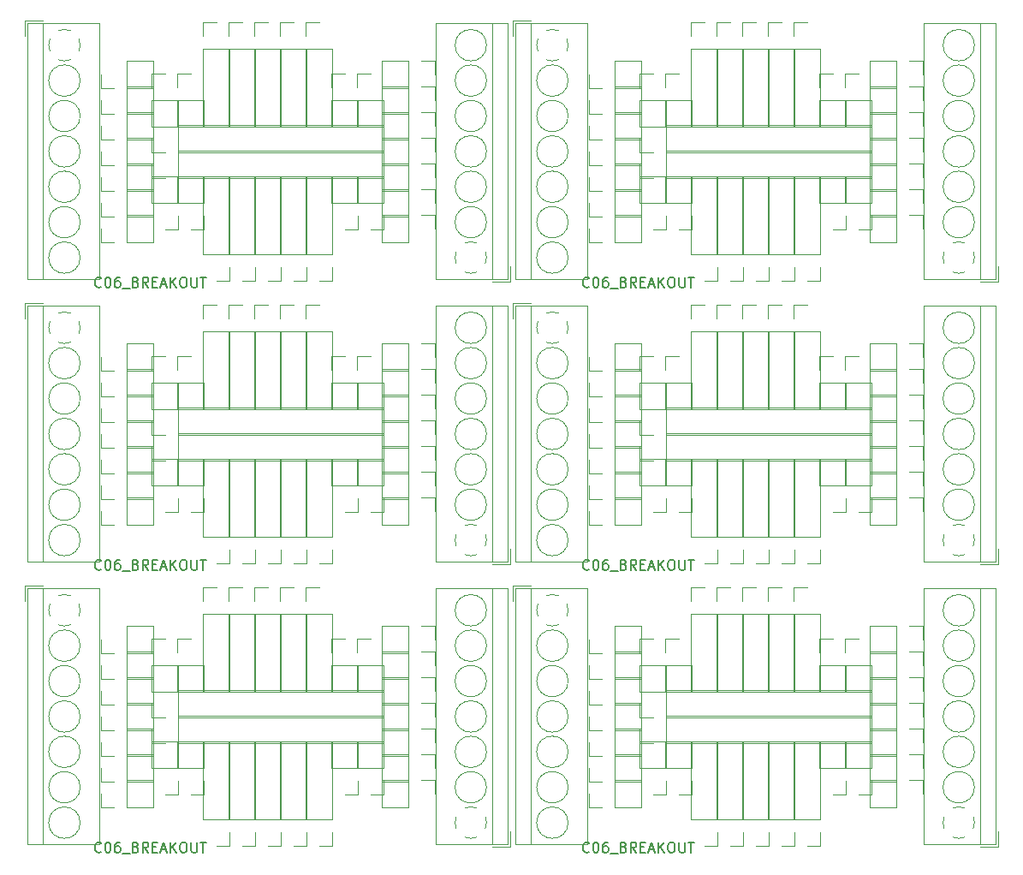
<source format=gbr>
G04 #@! TF.GenerationSoftware,KiCad,Pcbnew,5.1.5-52549c5~86~ubuntu18.04.1*
G04 #@! TF.CreationDate,2020-09-19T01:21:03-05:00*
G04 #@! TF.ProjectId,,58585858-5858-4585-9858-585858585858,rev?*
G04 #@! TF.SameCoordinates,Original*
G04 #@! TF.FileFunction,Legend,Top*
G04 #@! TF.FilePolarity,Positive*
%FSLAX46Y46*%
G04 Gerber Fmt 4.6, Leading zero omitted, Abs format (unit mm)*
G04 Created by KiCad (PCBNEW 5.1.5-52549c5~86~ubuntu18.04.1) date 2020-09-19 01:21:03*
%MOMM*%
%LPD*%
G04 APERTURE LIST*
%ADD10C,0.150000*%
%ADD11C,0.120000*%
G04 APERTURE END LIST*
D10*
X127615666Y-114682542D02*
X127568047Y-114730161D01*
X127425190Y-114777780D01*
X127329952Y-114777780D01*
X127187095Y-114730161D01*
X127091857Y-114634923D01*
X127044238Y-114539685D01*
X126996619Y-114349209D01*
X126996619Y-114206352D01*
X127044238Y-114015876D01*
X127091857Y-113920638D01*
X127187095Y-113825400D01*
X127329952Y-113777780D01*
X127425190Y-113777780D01*
X127568047Y-113825400D01*
X127615666Y-113873019D01*
X128234714Y-113777780D02*
X128329952Y-113777780D01*
X128425190Y-113825400D01*
X128472809Y-113873019D01*
X128520428Y-113968257D01*
X128568047Y-114158733D01*
X128568047Y-114396828D01*
X128520428Y-114587304D01*
X128472809Y-114682542D01*
X128425190Y-114730161D01*
X128329952Y-114777780D01*
X128234714Y-114777780D01*
X128139476Y-114730161D01*
X128091857Y-114682542D01*
X128044238Y-114587304D01*
X127996619Y-114396828D01*
X127996619Y-114158733D01*
X128044238Y-113968257D01*
X128091857Y-113873019D01*
X128139476Y-113825400D01*
X128234714Y-113777780D01*
X129425190Y-113777780D02*
X129234714Y-113777780D01*
X129139476Y-113825400D01*
X129091857Y-113873019D01*
X128996619Y-114015876D01*
X128949000Y-114206352D01*
X128949000Y-114587304D01*
X128996619Y-114682542D01*
X129044238Y-114730161D01*
X129139476Y-114777780D01*
X129329952Y-114777780D01*
X129425190Y-114730161D01*
X129472809Y-114682542D01*
X129520428Y-114587304D01*
X129520428Y-114349209D01*
X129472809Y-114253971D01*
X129425190Y-114206352D01*
X129329952Y-114158733D01*
X129139476Y-114158733D01*
X129044238Y-114206352D01*
X128996619Y-114253971D01*
X128949000Y-114349209D01*
X129710904Y-114873019D02*
X130472809Y-114873019D01*
X131044238Y-114253971D02*
X131187095Y-114301590D01*
X131234714Y-114349209D01*
X131282333Y-114444447D01*
X131282333Y-114587304D01*
X131234714Y-114682542D01*
X131187095Y-114730161D01*
X131091857Y-114777780D01*
X130710904Y-114777780D01*
X130710904Y-113777780D01*
X131044238Y-113777780D01*
X131139476Y-113825400D01*
X131187095Y-113873019D01*
X131234714Y-113968257D01*
X131234714Y-114063495D01*
X131187095Y-114158733D01*
X131139476Y-114206352D01*
X131044238Y-114253971D01*
X130710904Y-114253971D01*
X132282333Y-114777780D02*
X131949000Y-114301590D01*
X131710904Y-114777780D02*
X131710904Y-113777780D01*
X132091857Y-113777780D01*
X132187095Y-113825400D01*
X132234714Y-113873019D01*
X132282333Y-113968257D01*
X132282333Y-114111114D01*
X132234714Y-114206352D01*
X132187095Y-114253971D01*
X132091857Y-114301590D01*
X131710904Y-114301590D01*
X132710904Y-114253971D02*
X133044238Y-114253971D01*
X133187095Y-114777780D02*
X132710904Y-114777780D01*
X132710904Y-113777780D01*
X133187095Y-113777780D01*
X133568047Y-114492066D02*
X134044238Y-114492066D01*
X133472809Y-114777780D02*
X133806142Y-113777780D01*
X134139476Y-114777780D01*
X134472809Y-114777780D02*
X134472809Y-113777780D01*
X135044238Y-114777780D02*
X134615666Y-114206352D01*
X135044238Y-113777780D02*
X134472809Y-114349209D01*
X135663285Y-113777780D02*
X135853761Y-113777780D01*
X135949000Y-113825400D01*
X136044238Y-113920638D01*
X136091857Y-114111114D01*
X136091857Y-114444447D01*
X136044238Y-114634923D01*
X135949000Y-114730161D01*
X135853761Y-114777780D01*
X135663285Y-114777780D01*
X135568047Y-114730161D01*
X135472809Y-114634923D01*
X135425190Y-114444447D01*
X135425190Y-114111114D01*
X135472809Y-113920638D01*
X135568047Y-113825400D01*
X135663285Y-113777780D01*
X136520428Y-113777780D02*
X136520428Y-114587304D01*
X136568047Y-114682542D01*
X136615666Y-114730161D01*
X136710904Y-114777780D01*
X136901380Y-114777780D01*
X136996619Y-114730161D01*
X137044238Y-114682542D01*
X137091857Y-114587304D01*
X137091857Y-113777780D01*
X137425190Y-113777780D02*
X137996619Y-113777780D01*
X137710904Y-114777780D02*
X137710904Y-113777780D01*
X79355666Y-114682542D02*
X79308047Y-114730161D01*
X79165190Y-114777780D01*
X79069952Y-114777780D01*
X78927095Y-114730161D01*
X78831857Y-114634923D01*
X78784238Y-114539685D01*
X78736619Y-114349209D01*
X78736619Y-114206352D01*
X78784238Y-114015876D01*
X78831857Y-113920638D01*
X78927095Y-113825400D01*
X79069952Y-113777780D01*
X79165190Y-113777780D01*
X79308047Y-113825400D01*
X79355666Y-113873019D01*
X79974714Y-113777780D02*
X80069952Y-113777780D01*
X80165190Y-113825400D01*
X80212809Y-113873019D01*
X80260428Y-113968257D01*
X80308047Y-114158733D01*
X80308047Y-114396828D01*
X80260428Y-114587304D01*
X80212809Y-114682542D01*
X80165190Y-114730161D01*
X80069952Y-114777780D01*
X79974714Y-114777780D01*
X79879476Y-114730161D01*
X79831857Y-114682542D01*
X79784238Y-114587304D01*
X79736619Y-114396828D01*
X79736619Y-114158733D01*
X79784238Y-113968257D01*
X79831857Y-113873019D01*
X79879476Y-113825400D01*
X79974714Y-113777780D01*
X81165190Y-113777780D02*
X80974714Y-113777780D01*
X80879476Y-113825400D01*
X80831857Y-113873019D01*
X80736619Y-114015876D01*
X80689000Y-114206352D01*
X80689000Y-114587304D01*
X80736619Y-114682542D01*
X80784238Y-114730161D01*
X80879476Y-114777780D01*
X81069952Y-114777780D01*
X81165190Y-114730161D01*
X81212809Y-114682542D01*
X81260428Y-114587304D01*
X81260428Y-114349209D01*
X81212809Y-114253971D01*
X81165190Y-114206352D01*
X81069952Y-114158733D01*
X80879476Y-114158733D01*
X80784238Y-114206352D01*
X80736619Y-114253971D01*
X80689000Y-114349209D01*
X81450904Y-114873019D02*
X82212809Y-114873019D01*
X82784238Y-114253971D02*
X82927095Y-114301590D01*
X82974714Y-114349209D01*
X83022333Y-114444447D01*
X83022333Y-114587304D01*
X82974714Y-114682542D01*
X82927095Y-114730161D01*
X82831857Y-114777780D01*
X82450904Y-114777780D01*
X82450904Y-113777780D01*
X82784238Y-113777780D01*
X82879476Y-113825400D01*
X82927095Y-113873019D01*
X82974714Y-113968257D01*
X82974714Y-114063495D01*
X82927095Y-114158733D01*
X82879476Y-114206352D01*
X82784238Y-114253971D01*
X82450904Y-114253971D01*
X84022333Y-114777780D02*
X83689000Y-114301590D01*
X83450904Y-114777780D02*
X83450904Y-113777780D01*
X83831857Y-113777780D01*
X83927095Y-113825400D01*
X83974714Y-113873019D01*
X84022333Y-113968257D01*
X84022333Y-114111114D01*
X83974714Y-114206352D01*
X83927095Y-114253971D01*
X83831857Y-114301590D01*
X83450904Y-114301590D01*
X84450904Y-114253971D02*
X84784238Y-114253971D01*
X84927095Y-114777780D02*
X84450904Y-114777780D01*
X84450904Y-113777780D01*
X84927095Y-113777780D01*
X85308047Y-114492066D02*
X85784238Y-114492066D01*
X85212809Y-114777780D02*
X85546142Y-113777780D01*
X85879476Y-114777780D01*
X86212809Y-114777780D02*
X86212809Y-113777780D01*
X86784238Y-114777780D02*
X86355666Y-114206352D01*
X86784238Y-113777780D02*
X86212809Y-114349209D01*
X87403285Y-113777780D02*
X87593761Y-113777780D01*
X87689000Y-113825400D01*
X87784238Y-113920638D01*
X87831857Y-114111114D01*
X87831857Y-114444447D01*
X87784238Y-114634923D01*
X87689000Y-114730161D01*
X87593761Y-114777780D01*
X87403285Y-114777780D01*
X87308047Y-114730161D01*
X87212809Y-114634923D01*
X87165190Y-114444447D01*
X87165190Y-114111114D01*
X87212809Y-113920638D01*
X87308047Y-113825400D01*
X87403285Y-113777780D01*
X88260428Y-113777780D02*
X88260428Y-114587304D01*
X88308047Y-114682542D01*
X88355666Y-114730161D01*
X88450904Y-114777780D01*
X88641380Y-114777780D01*
X88736619Y-114730161D01*
X88784238Y-114682542D01*
X88831857Y-114587304D01*
X88831857Y-113777780D01*
X89165190Y-113777780D02*
X89736619Y-113777780D01*
X89450904Y-114777780D02*
X89450904Y-113777780D01*
X127615666Y-86742542D02*
X127568047Y-86790161D01*
X127425190Y-86837780D01*
X127329952Y-86837780D01*
X127187095Y-86790161D01*
X127091857Y-86694923D01*
X127044238Y-86599685D01*
X126996619Y-86409209D01*
X126996619Y-86266352D01*
X127044238Y-86075876D01*
X127091857Y-85980638D01*
X127187095Y-85885400D01*
X127329952Y-85837780D01*
X127425190Y-85837780D01*
X127568047Y-85885400D01*
X127615666Y-85933019D01*
X128234714Y-85837780D02*
X128329952Y-85837780D01*
X128425190Y-85885400D01*
X128472809Y-85933019D01*
X128520428Y-86028257D01*
X128568047Y-86218733D01*
X128568047Y-86456828D01*
X128520428Y-86647304D01*
X128472809Y-86742542D01*
X128425190Y-86790161D01*
X128329952Y-86837780D01*
X128234714Y-86837780D01*
X128139476Y-86790161D01*
X128091857Y-86742542D01*
X128044238Y-86647304D01*
X127996619Y-86456828D01*
X127996619Y-86218733D01*
X128044238Y-86028257D01*
X128091857Y-85933019D01*
X128139476Y-85885400D01*
X128234714Y-85837780D01*
X129425190Y-85837780D02*
X129234714Y-85837780D01*
X129139476Y-85885400D01*
X129091857Y-85933019D01*
X128996619Y-86075876D01*
X128949000Y-86266352D01*
X128949000Y-86647304D01*
X128996619Y-86742542D01*
X129044238Y-86790161D01*
X129139476Y-86837780D01*
X129329952Y-86837780D01*
X129425190Y-86790161D01*
X129472809Y-86742542D01*
X129520428Y-86647304D01*
X129520428Y-86409209D01*
X129472809Y-86313971D01*
X129425190Y-86266352D01*
X129329952Y-86218733D01*
X129139476Y-86218733D01*
X129044238Y-86266352D01*
X128996619Y-86313971D01*
X128949000Y-86409209D01*
X129710904Y-86933019D02*
X130472809Y-86933019D01*
X131044238Y-86313971D02*
X131187095Y-86361590D01*
X131234714Y-86409209D01*
X131282333Y-86504447D01*
X131282333Y-86647304D01*
X131234714Y-86742542D01*
X131187095Y-86790161D01*
X131091857Y-86837780D01*
X130710904Y-86837780D01*
X130710904Y-85837780D01*
X131044238Y-85837780D01*
X131139476Y-85885400D01*
X131187095Y-85933019D01*
X131234714Y-86028257D01*
X131234714Y-86123495D01*
X131187095Y-86218733D01*
X131139476Y-86266352D01*
X131044238Y-86313971D01*
X130710904Y-86313971D01*
X132282333Y-86837780D02*
X131949000Y-86361590D01*
X131710904Y-86837780D02*
X131710904Y-85837780D01*
X132091857Y-85837780D01*
X132187095Y-85885400D01*
X132234714Y-85933019D01*
X132282333Y-86028257D01*
X132282333Y-86171114D01*
X132234714Y-86266352D01*
X132187095Y-86313971D01*
X132091857Y-86361590D01*
X131710904Y-86361590D01*
X132710904Y-86313971D02*
X133044238Y-86313971D01*
X133187095Y-86837780D02*
X132710904Y-86837780D01*
X132710904Y-85837780D01*
X133187095Y-85837780D01*
X133568047Y-86552066D02*
X134044238Y-86552066D01*
X133472809Y-86837780D02*
X133806142Y-85837780D01*
X134139476Y-86837780D01*
X134472809Y-86837780D02*
X134472809Y-85837780D01*
X135044238Y-86837780D02*
X134615666Y-86266352D01*
X135044238Y-85837780D02*
X134472809Y-86409209D01*
X135663285Y-85837780D02*
X135853761Y-85837780D01*
X135949000Y-85885400D01*
X136044238Y-85980638D01*
X136091857Y-86171114D01*
X136091857Y-86504447D01*
X136044238Y-86694923D01*
X135949000Y-86790161D01*
X135853761Y-86837780D01*
X135663285Y-86837780D01*
X135568047Y-86790161D01*
X135472809Y-86694923D01*
X135425190Y-86504447D01*
X135425190Y-86171114D01*
X135472809Y-85980638D01*
X135568047Y-85885400D01*
X135663285Y-85837780D01*
X136520428Y-85837780D02*
X136520428Y-86647304D01*
X136568047Y-86742542D01*
X136615666Y-86790161D01*
X136710904Y-86837780D01*
X136901380Y-86837780D01*
X136996619Y-86790161D01*
X137044238Y-86742542D01*
X137091857Y-86647304D01*
X137091857Y-85837780D01*
X137425190Y-85837780D02*
X137996619Y-85837780D01*
X137710904Y-86837780D02*
X137710904Y-85837780D01*
X79355666Y-86742542D02*
X79308047Y-86790161D01*
X79165190Y-86837780D01*
X79069952Y-86837780D01*
X78927095Y-86790161D01*
X78831857Y-86694923D01*
X78784238Y-86599685D01*
X78736619Y-86409209D01*
X78736619Y-86266352D01*
X78784238Y-86075876D01*
X78831857Y-85980638D01*
X78927095Y-85885400D01*
X79069952Y-85837780D01*
X79165190Y-85837780D01*
X79308047Y-85885400D01*
X79355666Y-85933019D01*
X79974714Y-85837780D02*
X80069952Y-85837780D01*
X80165190Y-85885400D01*
X80212809Y-85933019D01*
X80260428Y-86028257D01*
X80308047Y-86218733D01*
X80308047Y-86456828D01*
X80260428Y-86647304D01*
X80212809Y-86742542D01*
X80165190Y-86790161D01*
X80069952Y-86837780D01*
X79974714Y-86837780D01*
X79879476Y-86790161D01*
X79831857Y-86742542D01*
X79784238Y-86647304D01*
X79736619Y-86456828D01*
X79736619Y-86218733D01*
X79784238Y-86028257D01*
X79831857Y-85933019D01*
X79879476Y-85885400D01*
X79974714Y-85837780D01*
X81165190Y-85837780D02*
X80974714Y-85837780D01*
X80879476Y-85885400D01*
X80831857Y-85933019D01*
X80736619Y-86075876D01*
X80689000Y-86266352D01*
X80689000Y-86647304D01*
X80736619Y-86742542D01*
X80784238Y-86790161D01*
X80879476Y-86837780D01*
X81069952Y-86837780D01*
X81165190Y-86790161D01*
X81212809Y-86742542D01*
X81260428Y-86647304D01*
X81260428Y-86409209D01*
X81212809Y-86313971D01*
X81165190Y-86266352D01*
X81069952Y-86218733D01*
X80879476Y-86218733D01*
X80784238Y-86266352D01*
X80736619Y-86313971D01*
X80689000Y-86409209D01*
X81450904Y-86933019D02*
X82212809Y-86933019D01*
X82784238Y-86313971D02*
X82927095Y-86361590D01*
X82974714Y-86409209D01*
X83022333Y-86504447D01*
X83022333Y-86647304D01*
X82974714Y-86742542D01*
X82927095Y-86790161D01*
X82831857Y-86837780D01*
X82450904Y-86837780D01*
X82450904Y-85837780D01*
X82784238Y-85837780D01*
X82879476Y-85885400D01*
X82927095Y-85933019D01*
X82974714Y-86028257D01*
X82974714Y-86123495D01*
X82927095Y-86218733D01*
X82879476Y-86266352D01*
X82784238Y-86313971D01*
X82450904Y-86313971D01*
X84022333Y-86837780D02*
X83689000Y-86361590D01*
X83450904Y-86837780D02*
X83450904Y-85837780D01*
X83831857Y-85837780D01*
X83927095Y-85885400D01*
X83974714Y-85933019D01*
X84022333Y-86028257D01*
X84022333Y-86171114D01*
X83974714Y-86266352D01*
X83927095Y-86313971D01*
X83831857Y-86361590D01*
X83450904Y-86361590D01*
X84450904Y-86313971D02*
X84784238Y-86313971D01*
X84927095Y-86837780D02*
X84450904Y-86837780D01*
X84450904Y-85837780D01*
X84927095Y-85837780D01*
X85308047Y-86552066D02*
X85784238Y-86552066D01*
X85212809Y-86837780D02*
X85546142Y-85837780D01*
X85879476Y-86837780D01*
X86212809Y-86837780D02*
X86212809Y-85837780D01*
X86784238Y-86837780D02*
X86355666Y-86266352D01*
X86784238Y-85837780D02*
X86212809Y-86409209D01*
X87403285Y-85837780D02*
X87593761Y-85837780D01*
X87689000Y-85885400D01*
X87784238Y-85980638D01*
X87831857Y-86171114D01*
X87831857Y-86504447D01*
X87784238Y-86694923D01*
X87689000Y-86790161D01*
X87593761Y-86837780D01*
X87403285Y-86837780D01*
X87308047Y-86790161D01*
X87212809Y-86694923D01*
X87165190Y-86504447D01*
X87165190Y-86171114D01*
X87212809Y-85980638D01*
X87308047Y-85885400D01*
X87403285Y-85837780D01*
X88260428Y-85837780D02*
X88260428Y-86647304D01*
X88308047Y-86742542D01*
X88355666Y-86790161D01*
X88450904Y-86837780D01*
X88641380Y-86837780D01*
X88736619Y-86790161D01*
X88784238Y-86742542D01*
X88831857Y-86647304D01*
X88831857Y-85837780D01*
X89165190Y-85837780D02*
X89736619Y-85837780D01*
X89450904Y-86837780D02*
X89450904Y-85837780D01*
X127615666Y-58802542D02*
X127568047Y-58850161D01*
X127425190Y-58897780D01*
X127329952Y-58897780D01*
X127187095Y-58850161D01*
X127091857Y-58754923D01*
X127044238Y-58659685D01*
X126996619Y-58469209D01*
X126996619Y-58326352D01*
X127044238Y-58135876D01*
X127091857Y-58040638D01*
X127187095Y-57945400D01*
X127329952Y-57897780D01*
X127425190Y-57897780D01*
X127568047Y-57945400D01*
X127615666Y-57993019D01*
X128234714Y-57897780D02*
X128329952Y-57897780D01*
X128425190Y-57945400D01*
X128472809Y-57993019D01*
X128520428Y-58088257D01*
X128568047Y-58278733D01*
X128568047Y-58516828D01*
X128520428Y-58707304D01*
X128472809Y-58802542D01*
X128425190Y-58850161D01*
X128329952Y-58897780D01*
X128234714Y-58897780D01*
X128139476Y-58850161D01*
X128091857Y-58802542D01*
X128044238Y-58707304D01*
X127996619Y-58516828D01*
X127996619Y-58278733D01*
X128044238Y-58088257D01*
X128091857Y-57993019D01*
X128139476Y-57945400D01*
X128234714Y-57897780D01*
X129425190Y-57897780D02*
X129234714Y-57897780D01*
X129139476Y-57945400D01*
X129091857Y-57993019D01*
X128996619Y-58135876D01*
X128949000Y-58326352D01*
X128949000Y-58707304D01*
X128996619Y-58802542D01*
X129044238Y-58850161D01*
X129139476Y-58897780D01*
X129329952Y-58897780D01*
X129425190Y-58850161D01*
X129472809Y-58802542D01*
X129520428Y-58707304D01*
X129520428Y-58469209D01*
X129472809Y-58373971D01*
X129425190Y-58326352D01*
X129329952Y-58278733D01*
X129139476Y-58278733D01*
X129044238Y-58326352D01*
X128996619Y-58373971D01*
X128949000Y-58469209D01*
X129710904Y-58993019D02*
X130472809Y-58993019D01*
X131044238Y-58373971D02*
X131187095Y-58421590D01*
X131234714Y-58469209D01*
X131282333Y-58564447D01*
X131282333Y-58707304D01*
X131234714Y-58802542D01*
X131187095Y-58850161D01*
X131091857Y-58897780D01*
X130710904Y-58897780D01*
X130710904Y-57897780D01*
X131044238Y-57897780D01*
X131139476Y-57945400D01*
X131187095Y-57993019D01*
X131234714Y-58088257D01*
X131234714Y-58183495D01*
X131187095Y-58278733D01*
X131139476Y-58326352D01*
X131044238Y-58373971D01*
X130710904Y-58373971D01*
X132282333Y-58897780D02*
X131949000Y-58421590D01*
X131710904Y-58897780D02*
X131710904Y-57897780D01*
X132091857Y-57897780D01*
X132187095Y-57945400D01*
X132234714Y-57993019D01*
X132282333Y-58088257D01*
X132282333Y-58231114D01*
X132234714Y-58326352D01*
X132187095Y-58373971D01*
X132091857Y-58421590D01*
X131710904Y-58421590D01*
X132710904Y-58373971D02*
X133044238Y-58373971D01*
X133187095Y-58897780D02*
X132710904Y-58897780D01*
X132710904Y-57897780D01*
X133187095Y-57897780D01*
X133568047Y-58612066D02*
X134044238Y-58612066D01*
X133472809Y-58897780D02*
X133806142Y-57897780D01*
X134139476Y-58897780D01*
X134472809Y-58897780D02*
X134472809Y-57897780D01*
X135044238Y-58897780D02*
X134615666Y-58326352D01*
X135044238Y-57897780D02*
X134472809Y-58469209D01*
X135663285Y-57897780D02*
X135853761Y-57897780D01*
X135949000Y-57945400D01*
X136044238Y-58040638D01*
X136091857Y-58231114D01*
X136091857Y-58564447D01*
X136044238Y-58754923D01*
X135949000Y-58850161D01*
X135853761Y-58897780D01*
X135663285Y-58897780D01*
X135568047Y-58850161D01*
X135472809Y-58754923D01*
X135425190Y-58564447D01*
X135425190Y-58231114D01*
X135472809Y-58040638D01*
X135568047Y-57945400D01*
X135663285Y-57897780D01*
X136520428Y-57897780D02*
X136520428Y-58707304D01*
X136568047Y-58802542D01*
X136615666Y-58850161D01*
X136710904Y-58897780D01*
X136901380Y-58897780D01*
X136996619Y-58850161D01*
X137044238Y-58802542D01*
X137091857Y-58707304D01*
X137091857Y-57897780D01*
X137425190Y-57897780D02*
X137996619Y-57897780D01*
X137710904Y-58897780D02*
X137710904Y-57897780D01*
X79355666Y-58802542D02*
X79308047Y-58850161D01*
X79165190Y-58897780D01*
X79069952Y-58897780D01*
X78927095Y-58850161D01*
X78831857Y-58754923D01*
X78784238Y-58659685D01*
X78736619Y-58469209D01*
X78736619Y-58326352D01*
X78784238Y-58135876D01*
X78831857Y-58040638D01*
X78927095Y-57945400D01*
X79069952Y-57897780D01*
X79165190Y-57897780D01*
X79308047Y-57945400D01*
X79355666Y-57993019D01*
X79974714Y-57897780D02*
X80069952Y-57897780D01*
X80165190Y-57945400D01*
X80212809Y-57993019D01*
X80260428Y-58088257D01*
X80308047Y-58278733D01*
X80308047Y-58516828D01*
X80260428Y-58707304D01*
X80212809Y-58802542D01*
X80165190Y-58850161D01*
X80069952Y-58897780D01*
X79974714Y-58897780D01*
X79879476Y-58850161D01*
X79831857Y-58802542D01*
X79784238Y-58707304D01*
X79736619Y-58516828D01*
X79736619Y-58278733D01*
X79784238Y-58088257D01*
X79831857Y-57993019D01*
X79879476Y-57945400D01*
X79974714Y-57897780D01*
X81165190Y-57897780D02*
X80974714Y-57897780D01*
X80879476Y-57945400D01*
X80831857Y-57993019D01*
X80736619Y-58135876D01*
X80689000Y-58326352D01*
X80689000Y-58707304D01*
X80736619Y-58802542D01*
X80784238Y-58850161D01*
X80879476Y-58897780D01*
X81069952Y-58897780D01*
X81165190Y-58850161D01*
X81212809Y-58802542D01*
X81260428Y-58707304D01*
X81260428Y-58469209D01*
X81212809Y-58373971D01*
X81165190Y-58326352D01*
X81069952Y-58278733D01*
X80879476Y-58278733D01*
X80784238Y-58326352D01*
X80736619Y-58373971D01*
X80689000Y-58469209D01*
X81450904Y-58993019D02*
X82212809Y-58993019D01*
X82784238Y-58373971D02*
X82927095Y-58421590D01*
X82974714Y-58469209D01*
X83022333Y-58564447D01*
X83022333Y-58707304D01*
X82974714Y-58802542D01*
X82927095Y-58850161D01*
X82831857Y-58897780D01*
X82450904Y-58897780D01*
X82450904Y-57897780D01*
X82784238Y-57897780D01*
X82879476Y-57945400D01*
X82927095Y-57993019D01*
X82974714Y-58088257D01*
X82974714Y-58183495D01*
X82927095Y-58278733D01*
X82879476Y-58326352D01*
X82784238Y-58373971D01*
X82450904Y-58373971D01*
X84022333Y-58897780D02*
X83689000Y-58421590D01*
X83450904Y-58897780D02*
X83450904Y-57897780D01*
X83831857Y-57897780D01*
X83927095Y-57945400D01*
X83974714Y-57993019D01*
X84022333Y-58088257D01*
X84022333Y-58231114D01*
X83974714Y-58326352D01*
X83927095Y-58373971D01*
X83831857Y-58421590D01*
X83450904Y-58421590D01*
X84450904Y-58373971D02*
X84784238Y-58373971D01*
X84927095Y-58897780D02*
X84450904Y-58897780D01*
X84450904Y-57897780D01*
X84927095Y-57897780D01*
X85308047Y-58612066D02*
X85784238Y-58612066D01*
X85212809Y-58897780D02*
X85546142Y-57897780D01*
X85879476Y-58897780D01*
X86212809Y-58897780D02*
X86212809Y-57897780D01*
X86784238Y-58897780D02*
X86355666Y-58326352D01*
X86784238Y-57897780D02*
X86212809Y-58469209D01*
X87403285Y-57897780D02*
X87593761Y-57897780D01*
X87689000Y-57945400D01*
X87784238Y-58040638D01*
X87831857Y-58231114D01*
X87831857Y-58564447D01*
X87784238Y-58754923D01*
X87689000Y-58850161D01*
X87593761Y-58897780D01*
X87403285Y-58897780D01*
X87308047Y-58850161D01*
X87212809Y-58754923D01*
X87165190Y-58564447D01*
X87165190Y-58231114D01*
X87212809Y-58040638D01*
X87308047Y-57945400D01*
X87403285Y-57897780D01*
X88260428Y-57897780D02*
X88260428Y-58707304D01*
X88308047Y-58802542D01*
X88355666Y-58850161D01*
X88450904Y-58897780D01*
X88641380Y-58897780D01*
X88736619Y-58850161D01*
X88784238Y-58802542D01*
X88831857Y-58707304D01*
X88831857Y-57897780D01*
X89165190Y-57897780D02*
X89736619Y-57897780D01*
X89450904Y-58897780D02*
X89450904Y-57897780D01*
D11*
X147949000Y-103810800D02*
X145289000Y-103810800D01*
X147949000Y-111490800D02*
X147949000Y-103810800D01*
X145289000Y-111490800D02*
X145289000Y-103810800D01*
X147949000Y-111490800D02*
X145289000Y-111490800D01*
X147949000Y-112760800D02*
X147949000Y-114090800D01*
X147949000Y-114090800D02*
X146619000Y-114090800D01*
X99689000Y-103810800D02*
X97029000Y-103810800D01*
X99689000Y-111490800D02*
X99689000Y-103810800D01*
X97029000Y-111490800D02*
X97029000Y-103810800D01*
X99689000Y-111490800D02*
X97029000Y-111490800D01*
X99689000Y-112760800D02*
X99689000Y-114090800D01*
X99689000Y-114090800D02*
X98359000Y-114090800D01*
X147949000Y-75870800D02*
X145289000Y-75870800D01*
X147949000Y-83550800D02*
X147949000Y-75870800D01*
X145289000Y-83550800D02*
X145289000Y-75870800D01*
X147949000Y-83550800D02*
X145289000Y-83550800D01*
X147949000Y-84820800D02*
X147949000Y-86150800D01*
X147949000Y-86150800D02*
X146619000Y-86150800D01*
X99689000Y-75870800D02*
X97029000Y-75870800D01*
X99689000Y-83550800D02*
X99689000Y-75870800D01*
X97029000Y-83550800D02*
X97029000Y-75870800D01*
X99689000Y-83550800D02*
X97029000Y-83550800D01*
X99689000Y-84820800D02*
X99689000Y-86150800D01*
X99689000Y-86150800D02*
X98359000Y-86150800D01*
X147949000Y-47930800D02*
X145289000Y-47930800D01*
X147949000Y-55610800D02*
X147949000Y-47930800D01*
X145289000Y-55610800D02*
X145289000Y-47930800D01*
X147949000Y-55610800D02*
X145289000Y-55610800D01*
X147949000Y-56880800D02*
X147949000Y-58210800D01*
X147949000Y-58210800D02*
X146619000Y-58210800D01*
X132775000Y-105200800D02*
X132775000Y-102540800D01*
X130175000Y-105200800D02*
X132775000Y-105200800D01*
X130175000Y-102540800D02*
X132775000Y-102540800D01*
X130175000Y-105200800D02*
X130175000Y-102540800D01*
X128905000Y-105200800D02*
X127575000Y-105200800D01*
X127575000Y-105200800D02*
X127575000Y-103870800D01*
X84515000Y-105200800D02*
X84515000Y-102540800D01*
X81915000Y-105200800D02*
X84515000Y-105200800D01*
X81915000Y-102540800D02*
X84515000Y-102540800D01*
X81915000Y-105200800D02*
X81915000Y-102540800D01*
X80645000Y-105200800D02*
X79315000Y-105200800D01*
X79315000Y-105200800D02*
X79315000Y-103870800D01*
X132775000Y-77260800D02*
X132775000Y-74600800D01*
X130175000Y-77260800D02*
X132775000Y-77260800D01*
X130175000Y-74600800D02*
X132775000Y-74600800D01*
X130175000Y-77260800D02*
X130175000Y-74600800D01*
X128905000Y-77260800D02*
X127575000Y-77260800D01*
X127575000Y-77260800D02*
X127575000Y-75930800D01*
X84515000Y-77260800D02*
X84515000Y-74600800D01*
X81915000Y-77260800D02*
X84515000Y-77260800D01*
X81915000Y-74600800D02*
X84515000Y-74600800D01*
X81915000Y-77260800D02*
X81915000Y-74600800D01*
X80645000Y-77260800D02*
X79315000Y-77260800D01*
X79315000Y-77260800D02*
X79315000Y-75930800D01*
X132775000Y-49320800D02*
X132775000Y-46660800D01*
X130175000Y-49320800D02*
X132775000Y-49320800D01*
X130175000Y-46660800D02*
X132775000Y-46660800D01*
X130175000Y-49320800D02*
X130175000Y-46660800D01*
X128905000Y-49320800D02*
X127575000Y-49320800D01*
X127575000Y-49320800D02*
X127575000Y-47990800D01*
X122550815Y-91438387D02*
G75*
G02X122427200Y-90830800I1431385J607587D01*
G01*
X124589942Y-92262909D02*
G75*
G02X123374200Y-92262800I-607742J1432109D01*
G01*
X125414309Y-90223058D02*
G75*
G02X125414200Y-91438800I-1432109J-607742D01*
G01*
X123374458Y-89398691D02*
G75*
G02X124590200Y-89398800I607742J-1432109D01*
G01*
X122426708Y-90857811D02*
G75*
G02X122550200Y-90222800I1555492J27011D01*
G01*
X125537200Y-94330800D02*
G75*
G03X125537200Y-94330800I-1555000J0D01*
G01*
X125537200Y-97830800D02*
G75*
G03X125537200Y-97830800I-1555000J0D01*
G01*
X125537200Y-101330800D02*
G75*
G03X125537200Y-101330800I-1555000J0D01*
G01*
X125537200Y-104830800D02*
G75*
G03X125537200Y-104830800I-1555000J0D01*
G01*
X125537200Y-108330800D02*
G75*
G03X125537200Y-108330800I-1555000J0D01*
G01*
X125537200Y-111830800D02*
G75*
G03X125537200Y-111830800I-1555000J0D01*
G01*
X121882200Y-88670800D02*
X121882200Y-113990800D01*
X127442200Y-88670800D02*
X127442200Y-113990800D01*
X120322200Y-88670800D02*
X120322200Y-113990800D01*
X127442200Y-88670800D02*
X120322200Y-88670800D01*
X127442200Y-113990800D02*
X120322200Y-113990800D01*
X121822200Y-88430800D02*
X120082200Y-88430800D01*
X120082200Y-88430800D02*
X120082200Y-89930800D01*
X74290815Y-91438387D02*
G75*
G02X74167200Y-90830800I1431385J607587D01*
G01*
X76329942Y-92262909D02*
G75*
G02X75114200Y-92262800I-607742J1432109D01*
G01*
X77154309Y-90223058D02*
G75*
G02X77154200Y-91438800I-1432109J-607742D01*
G01*
X75114458Y-89398691D02*
G75*
G02X76330200Y-89398800I607742J-1432109D01*
G01*
X74166708Y-90857811D02*
G75*
G02X74290200Y-90222800I1555492J27011D01*
G01*
X77277200Y-94330800D02*
G75*
G03X77277200Y-94330800I-1555000J0D01*
G01*
X77277200Y-97830800D02*
G75*
G03X77277200Y-97830800I-1555000J0D01*
G01*
X77277200Y-101330800D02*
G75*
G03X77277200Y-101330800I-1555000J0D01*
G01*
X77277200Y-104830800D02*
G75*
G03X77277200Y-104830800I-1555000J0D01*
G01*
X77277200Y-108330800D02*
G75*
G03X77277200Y-108330800I-1555000J0D01*
G01*
X77277200Y-111830800D02*
G75*
G03X77277200Y-111830800I-1555000J0D01*
G01*
X73622200Y-88670800D02*
X73622200Y-113990800D01*
X79182200Y-88670800D02*
X79182200Y-113990800D01*
X72062200Y-88670800D02*
X72062200Y-113990800D01*
X79182200Y-88670800D02*
X72062200Y-88670800D01*
X79182200Y-113990800D02*
X72062200Y-113990800D01*
X73562200Y-88430800D02*
X71822200Y-88430800D01*
X71822200Y-88430800D02*
X71822200Y-89930800D01*
X122550815Y-63498387D02*
G75*
G02X122427200Y-62890800I1431385J607587D01*
G01*
X124589942Y-64322909D02*
G75*
G02X123374200Y-64322800I-607742J1432109D01*
G01*
X125414309Y-62283058D02*
G75*
G02X125414200Y-63498800I-1432109J-607742D01*
G01*
X123374458Y-61458691D02*
G75*
G02X124590200Y-61458800I607742J-1432109D01*
G01*
X122426708Y-62917811D02*
G75*
G02X122550200Y-62282800I1555492J27011D01*
G01*
X125537200Y-66390800D02*
G75*
G03X125537200Y-66390800I-1555000J0D01*
G01*
X125537200Y-69890800D02*
G75*
G03X125537200Y-69890800I-1555000J0D01*
G01*
X125537200Y-73390800D02*
G75*
G03X125537200Y-73390800I-1555000J0D01*
G01*
X125537200Y-76890800D02*
G75*
G03X125537200Y-76890800I-1555000J0D01*
G01*
X125537200Y-80390800D02*
G75*
G03X125537200Y-80390800I-1555000J0D01*
G01*
X125537200Y-83890800D02*
G75*
G03X125537200Y-83890800I-1555000J0D01*
G01*
X121882200Y-60730800D02*
X121882200Y-86050800D01*
X127442200Y-60730800D02*
X127442200Y-86050800D01*
X120322200Y-60730800D02*
X120322200Y-86050800D01*
X127442200Y-60730800D02*
X120322200Y-60730800D01*
X127442200Y-86050800D02*
X120322200Y-86050800D01*
X121822200Y-60490800D02*
X120082200Y-60490800D01*
X120082200Y-60490800D02*
X120082200Y-61990800D01*
X74290815Y-63498387D02*
G75*
G02X74167200Y-62890800I1431385J607587D01*
G01*
X76329942Y-64322909D02*
G75*
G02X75114200Y-64322800I-607742J1432109D01*
G01*
X77154309Y-62283058D02*
G75*
G02X77154200Y-63498800I-1432109J-607742D01*
G01*
X75114458Y-61458691D02*
G75*
G02X76330200Y-61458800I607742J-1432109D01*
G01*
X74166708Y-62917811D02*
G75*
G02X74290200Y-62282800I1555492J27011D01*
G01*
X77277200Y-66390800D02*
G75*
G03X77277200Y-66390800I-1555000J0D01*
G01*
X77277200Y-69890800D02*
G75*
G03X77277200Y-69890800I-1555000J0D01*
G01*
X77277200Y-73390800D02*
G75*
G03X77277200Y-73390800I-1555000J0D01*
G01*
X77277200Y-76890800D02*
G75*
G03X77277200Y-76890800I-1555000J0D01*
G01*
X77277200Y-80390800D02*
G75*
G03X77277200Y-80390800I-1555000J0D01*
G01*
X77277200Y-83890800D02*
G75*
G03X77277200Y-83890800I-1555000J0D01*
G01*
X73622200Y-60730800D02*
X73622200Y-86050800D01*
X79182200Y-60730800D02*
X79182200Y-86050800D01*
X72062200Y-60730800D02*
X72062200Y-86050800D01*
X79182200Y-60730800D02*
X72062200Y-60730800D01*
X79182200Y-86050800D02*
X72062200Y-86050800D01*
X73562200Y-60490800D02*
X71822200Y-60490800D01*
X71822200Y-60490800D02*
X71822200Y-61990800D01*
X122550815Y-35558387D02*
G75*
G02X122427200Y-34950800I1431385J607587D01*
G01*
X124589942Y-36382909D02*
G75*
G02X123374200Y-36382800I-607742J1432109D01*
G01*
X125414309Y-34343058D02*
G75*
G02X125414200Y-35558800I-1432109J-607742D01*
G01*
X123374458Y-33518691D02*
G75*
G02X124590200Y-33518800I607742J-1432109D01*
G01*
X122426708Y-34977811D02*
G75*
G02X122550200Y-34342800I1555492J27011D01*
G01*
X125537200Y-38450800D02*
G75*
G03X125537200Y-38450800I-1555000J0D01*
G01*
X125537200Y-41950800D02*
G75*
G03X125537200Y-41950800I-1555000J0D01*
G01*
X125537200Y-45450800D02*
G75*
G03X125537200Y-45450800I-1555000J0D01*
G01*
X125537200Y-48950800D02*
G75*
G03X125537200Y-48950800I-1555000J0D01*
G01*
X125537200Y-52450800D02*
G75*
G03X125537200Y-52450800I-1555000J0D01*
G01*
X125537200Y-55950800D02*
G75*
G03X125537200Y-55950800I-1555000J0D01*
G01*
X121882200Y-32790800D02*
X121882200Y-58110800D01*
X127442200Y-32790800D02*
X127442200Y-58110800D01*
X120322200Y-32790800D02*
X120322200Y-58110800D01*
X127442200Y-32790800D02*
X120322200Y-32790800D01*
X127442200Y-58110800D02*
X120322200Y-58110800D01*
X121822200Y-32550800D02*
X120082200Y-32550800D01*
X120082200Y-32550800D02*
X120082200Y-34050800D01*
X142869000Y-103810800D02*
X140209000Y-103810800D01*
X142869000Y-111490800D02*
X142869000Y-103810800D01*
X140209000Y-111490800D02*
X140209000Y-103810800D01*
X142869000Y-111490800D02*
X140209000Y-111490800D01*
X142869000Y-112760800D02*
X142869000Y-114090800D01*
X142869000Y-114090800D02*
X141539000Y-114090800D01*
X94609000Y-103810800D02*
X91949000Y-103810800D01*
X94609000Y-111490800D02*
X94609000Y-103810800D01*
X91949000Y-111490800D02*
X91949000Y-103810800D01*
X94609000Y-111490800D02*
X91949000Y-111490800D01*
X94609000Y-112760800D02*
X94609000Y-114090800D01*
X94609000Y-114090800D02*
X93279000Y-114090800D01*
X142869000Y-75870800D02*
X140209000Y-75870800D01*
X142869000Y-83550800D02*
X142869000Y-75870800D01*
X140209000Y-83550800D02*
X140209000Y-75870800D01*
X142869000Y-83550800D02*
X140209000Y-83550800D01*
X142869000Y-84820800D02*
X142869000Y-86150800D01*
X142869000Y-86150800D02*
X141539000Y-86150800D01*
X94609000Y-75870800D02*
X91949000Y-75870800D01*
X94609000Y-83550800D02*
X94609000Y-75870800D01*
X91949000Y-83550800D02*
X91949000Y-75870800D01*
X94609000Y-83550800D02*
X91949000Y-83550800D01*
X94609000Y-84820800D02*
X94609000Y-86150800D01*
X94609000Y-86150800D02*
X93279000Y-86150800D01*
X142869000Y-47930800D02*
X140209000Y-47930800D01*
X142869000Y-55610800D02*
X142869000Y-47930800D01*
X140209000Y-55610800D02*
X140209000Y-47930800D01*
X142869000Y-55610800D02*
X140209000Y-55610800D01*
X142869000Y-56880800D02*
X142869000Y-58210800D01*
X142869000Y-58210800D02*
X141539000Y-58210800D01*
X137789000Y-103810800D02*
X135129000Y-103810800D01*
X137789000Y-106410800D02*
X137789000Y-103810800D01*
X135129000Y-106410800D02*
X135129000Y-103810800D01*
X137789000Y-106410800D02*
X135129000Y-106410800D01*
X137789000Y-107680800D02*
X137789000Y-109010800D01*
X137789000Y-109010800D02*
X136459000Y-109010800D01*
X89529000Y-103810800D02*
X86869000Y-103810800D01*
X89529000Y-106410800D02*
X89529000Y-103810800D01*
X86869000Y-106410800D02*
X86869000Y-103810800D01*
X89529000Y-106410800D02*
X86869000Y-106410800D01*
X89529000Y-107680800D02*
X89529000Y-109010800D01*
X89529000Y-109010800D02*
X88199000Y-109010800D01*
X137789000Y-75870800D02*
X135129000Y-75870800D01*
X137789000Y-78470800D02*
X137789000Y-75870800D01*
X135129000Y-78470800D02*
X135129000Y-75870800D01*
X137789000Y-78470800D02*
X135129000Y-78470800D01*
X137789000Y-79740800D02*
X137789000Y-81070800D01*
X137789000Y-81070800D02*
X136459000Y-81070800D01*
X89529000Y-75870800D02*
X86869000Y-75870800D01*
X89529000Y-78470800D02*
X89529000Y-75870800D01*
X86869000Y-78470800D02*
X86869000Y-75870800D01*
X89529000Y-78470800D02*
X86869000Y-78470800D01*
X89529000Y-79740800D02*
X89529000Y-81070800D01*
X89529000Y-81070800D02*
X88199000Y-81070800D01*
X137789000Y-47930800D02*
X135129000Y-47930800D01*
X137789000Y-50530800D02*
X137789000Y-47930800D01*
X135129000Y-50530800D02*
X135129000Y-47930800D01*
X137789000Y-50530800D02*
X135129000Y-50530800D01*
X137789000Y-51800800D02*
X137789000Y-53130800D01*
X137789000Y-53130800D02*
X136459000Y-53130800D01*
X155383000Y-92380800D02*
X155383000Y-95040800D01*
X157983000Y-92380800D02*
X155383000Y-92380800D01*
X157983000Y-95040800D02*
X155383000Y-95040800D01*
X157983000Y-92380800D02*
X157983000Y-95040800D01*
X159253000Y-92380800D02*
X160583000Y-92380800D01*
X160583000Y-92380800D02*
X160583000Y-93710800D01*
X107123000Y-92380800D02*
X107123000Y-95040800D01*
X109723000Y-92380800D02*
X107123000Y-92380800D01*
X109723000Y-95040800D02*
X107123000Y-95040800D01*
X109723000Y-92380800D02*
X109723000Y-95040800D01*
X110993000Y-92380800D02*
X112323000Y-92380800D01*
X112323000Y-92380800D02*
X112323000Y-93710800D01*
X155383000Y-64440800D02*
X155383000Y-67100800D01*
X157983000Y-64440800D02*
X155383000Y-64440800D01*
X157983000Y-67100800D02*
X155383000Y-67100800D01*
X157983000Y-64440800D02*
X157983000Y-67100800D01*
X159253000Y-64440800D02*
X160583000Y-64440800D01*
X160583000Y-64440800D02*
X160583000Y-65770800D01*
X107123000Y-64440800D02*
X107123000Y-67100800D01*
X109723000Y-64440800D02*
X107123000Y-64440800D01*
X109723000Y-67100800D02*
X107123000Y-67100800D01*
X109723000Y-64440800D02*
X109723000Y-67100800D01*
X110993000Y-64440800D02*
X112323000Y-64440800D01*
X112323000Y-64440800D02*
X112323000Y-65770800D01*
X155383000Y-36500800D02*
X155383000Y-39160800D01*
X157983000Y-36500800D02*
X155383000Y-36500800D01*
X157983000Y-39160800D02*
X155383000Y-39160800D01*
X157983000Y-36500800D02*
X157983000Y-39160800D01*
X159253000Y-36500800D02*
X160583000Y-36500800D01*
X160583000Y-36500800D02*
X160583000Y-37830800D01*
X140209000Y-98850800D02*
X142869000Y-98850800D01*
X140209000Y-91170800D02*
X140209000Y-98850800D01*
X142869000Y-91170800D02*
X142869000Y-98850800D01*
X140209000Y-91170800D02*
X142869000Y-91170800D01*
X140209000Y-89900800D02*
X140209000Y-88570800D01*
X140209000Y-88570800D02*
X141539000Y-88570800D01*
X91949000Y-98850800D02*
X94609000Y-98850800D01*
X91949000Y-91170800D02*
X91949000Y-98850800D01*
X94609000Y-91170800D02*
X94609000Y-98850800D01*
X91949000Y-91170800D02*
X94609000Y-91170800D01*
X91949000Y-89900800D02*
X91949000Y-88570800D01*
X91949000Y-88570800D02*
X93279000Y-88570800D01*
X140209000Y-70910800D02*
X142869000Y-70910800D01*
X140209000Y-63230800D02*
X140209000Y-70910800D01*
X142869000Y-63230800D02*
X142869000Y-70910800D01*
X140209000Y-63230800D02*
X142869000Y-63230800D01*
X140209000Y-61960800D02*
X140209000Y-60630800D01*
X140209000Y-60630800D02*
X141539000Y-60630800D01*
X91949000Y-70910800D02*
X94609000Y-70910800D01*
X91949000Y-63230800D02*
X91949000Y-70910800D01*
X94609000Y-63230800D02*
X94609000Y-70910800D01*
X91949000Y-63230800D02*
X94609000Y-63230800D01*
X91949000Y-61960800D02*
X91949000Y-60630800D01*
X91949000Y-60630800D02*
X93279000Y-60630800D01*
X140209000Y-42970800D02*
X142869000Y-42970800D01*
X140209000Y-35290800D02*
X140209000Y-42970800D01*
X142869000Y-35290800D02*
X142869000Y-42970800D01*
X140209000Y-35290800D02*
X142869000Y-35290800D01*
X140209000Y-34020800D02*
X140209000Y-32690800D01*
X140209000Y-32690800D02*
X141539000Y-32690800D01*
X155569000Y-103810800D02*
X152909000Y-103810800D01*
X155569000Y-106410800D02*
X155569000Y-103810800D01*
X152909000Y-106410800D02*
X152909000Y-103810800D01*
X155569000Y-106410800D02*
X152909000Y-106410800D01*
X155569000Y-107680800D02*
X155569000Y-109010800D01*
X155569000Y-109010800D02*
X154239000Y-109010800D01*
X107309000Y-103810800D02*
X104649000Y-103810800D01*
X107309000Y-106410800D02*
X107309000Y-103810800D01*
X104649000Y-106410800D02*
X104649000Y-103810800D01*
X107309000Y-106410800D02*
X104649000Y-106410800D01*
X107309000Y-107680800D02*
X107309000Y-109010800D01*
X107309000Y-109010800D02*
X105979000Y-109010800D01*
X155569000Y-75870800D02*
X152909000Y-75870800D01*
X155569000Y-78470800D02*
X155569000Y-75870800D01*
X152909000Y-78470800D02*
X152909000Y-75870800D01*
X155569000Y-78470800D02*
X152909000Y-78470800D01*
X155569000Y-79740800D02*
X155569000Y-81070800D01*
X155569000Y-81070800D02*
X154239000Y-81070800D01*
X107309000Y-75870800D02*
X104649000Y-75870800D01*
X107309000Y-78470800D02*
X107309000Y-75870800D01*
X104649000Y-78470800D02*
X104649000Y-75870800D01*
X107309000Y-78470800D02*
X104649000Y-78470800D01*
X107309000Y-79740800D02*
X107309000Y-81070800D01*
X107309000Y-81070800D02*
X105979000Y-81070800D01*
X155569000Y-47930800D02*
X152909000Y-47930800D01*
X155569000Y-50530800D02*
X155569000Y-47930800D01*
X152909000Y-50530800D02*
X152909000Y-47930800D01*
X155569000Y-50530800D02*
X152909000Y-50530800D01*
X155569000Y-51800800D02*
X155569000Y-53130800D01*
X155569000Y-53130800D02*
X154239000Y-53130800D01*
X135129000Y-98850800D02*
X137789000Y-98850800D01*
X135129000Y-96250800D02*
X135129000Y-98850800D01*
X137789000Y-96250800D02*
X137789000Y-98850800D01*
X135129000Y-96250800D02*
X137789000Y-96250800D01*
X135129000Y-94980800D02*
X135129000Y-93650800D01*
X135129000Y-93650800D02*
X136459000Y-93650800D01*
X86869000Y-98850800D02*
X89529000Y-98850800D01*
X86869000Y-96250800D02*
X86869000Y-98850800D01*
X89529000Y-96250800D02*
X89529000Y-98850800D01*
X86869000Y-96250800D02*
X89529000Y-96250800D01*
X86869000Y-94980800D02*
X86869000Y-93650800D01*
X86869000Y-93650800D02*
X88199000Y-93650800D01*
X135129000Y-70910800D02*
X137789000Y-70910800D01*
X135129000Y-68310800D02*
X135129000Y-70910800D01*
X137789000Y-68310800D02*
X137789000Y-70910800D01*
X135129000Y-68310800D02*
X137789000Y-68310800D01*
X135129000Y-67040800D02*
X135129000Y-65710800D01*
X135129000Y-65710800D02*
X136459000Y-65710800D01*
X86869000Y-70910800D02*
X89529000Y-70910800D01*
X86869000Y-68310800D02*
X86869000Y-70910800D01*
X89529000Y-68310800D02*
X89529000Y-70910800D01*
X86869000Y-68310800D02*
X89529000Y-68310800D01*
X86869000Y-67040800D02*
X86869000Y-65710800D01*
X86869000Y-65710800D02*
X88199000Y-65710800D01*
X135129000Y-42970800D02*
X137789000Y-42970800D01*
X135129000Y-40370800D02*
X135129000Y-42970800D01*
X137789000Y-40370800D02*
X137789000Y-42970800D01*
X135129000Y-40370800D02*
X137789000Y-40370800D01*
X135129000Y-39100800D02*
X135129000Y-37770800D01*
X135129000Y-37770800D02*
X136459000Y-37770800D01*
X150369000Y-98850800D02*
X153029000Y-98850800D01*
X150369000Y-96250800D02*
X150369000Y-98850800D01*
X153029000Y-96250800D02*
X153029000Y-98850800D01*
X150369000Y-96250800D02*
X153029000Y-96250800D01*
X150369000Y-94980800D02*
X150369000Y-93650800D01*
X150369000Y-93650800D02*
X151699000Y-93650800D01*
X102109000Y-98850800D02*
X104769000Y-98850800D01*
X102109000Y-96250800D02*
X102109000Y-98850800D01*
X104769000Y-96250800D02*
X104769000Y-98850800D01*
X102109000Y-96250800D02*
X104769000Y-96250800D01*
X102109000Y-94980800D02*
X102109000Y-93650800D01*
X102109000Y-93650800D02*
X103439000Y-93650800D01*
X150369000Y-70910800D02*
X153029000Y-70910800D01*
X150369000Y-68310800D02*
X150369000Y-70910800D01*
X153029000Y-68310800D02*
X153029000Y-70910800D01*
X150369000Y-68310800D02*
X153029000Y-68310800D01*
X150369000Y-67040800D02*
X150369000Y-65710800D01*
X150369000Y-65710800D02*
X151699000Y-65710800D01*
X102109000Y-70910800D02*
X104769000Y-70910800D01*
X102109000Y-68310800D02*
X102109000Y-70910800D01*
X104769000Y-68310800D02*
X104769000Y-70910800D01*
X102109000Y-68310800D02*
X104769000Y-68310800D01*
X102109000Y-67040800D02*
X102109000Y-65710800D01*
X102109000Y-65710800D02*
X103439000Y-65710800D01*
X150369000Y-42970800D02*
X153029000Y-42970800D01*
X150369000Y-40370800D02*
X150369000Y-42970800D01*
X153029000Y-40370800D02*
X153029000Y-42970800D01*
X150369000Y-40370800D02*
X153029000Y-40370800D01*
X150369000Y-39100800D02*
X150369000Y-37770800D01*
X150369000Y-37770800D02*
X151699000Y-37770800D01*
X132775000Y-102660800D02*
X132775000Y-100000800D01*
X130175000Y-102660800D02*
X132775000Y-102660800D01*
X130175000Y-100000800D02*
X132775000Y-100000800D01*
X130175000Y-102660800D02*
X130175000Y-100000800D01*
X128905000Y-102660800D02*
X127575000Y-102660800D01*
X127575000Y-102660800D02*
X127575000Y-101330800D01*
X84515000Y-102660800D02*
X84515000Y-100000800D01*
X81915000Y-102660800D02*
X84515000Y-102660800D01*
X81915000Y-100000800D02*
X84515000Y-100000800D01*
X81915000Y-102660800D02*
X81915000Y-100000800D01*
X80645000Y-102660800D02*
X79315000Y-102660800D01*
X79315000Y-102660800D02*
X79315000Y-101330800D01*
X132775000Y-74720800D02*
X132775000Y-72060800D01*
X130175000Y-74720800D02*
X132775000Y-74720800D01*
X130175000Y-72060800D02*
X132775000Y-72060800D01*
X130175000Y-74720800D02*
X130175000Y-72060800D01*
X128905000Y-74720800D02*
X127575000Y-74720800D01*
X127575000Y-74720800D02*
X127575000Y-73390800D01*
X84515000Y-74720800D02*
X84515000Y-72060800D01*
X81915000Y-74720800D02*
X84515000Y-74720800D01*
X81915000Y-72060800D02*
X84515000Y-72060800D01*
X81915000Y-74720800D02*
X81915000Y-72060800D01*
X80645000Y-74720800D02*
X79315000Y-74720800D01*
X79315000Y-74720800D02*
X79315000Y-73390800D01*
X132775000Y-46780800D02*
X132775000Y-44120800D01*
X130175000Y-46780800D02*
X132775000Y-46780800D01*
X130175000Y-44120800D02*
X132775000Y-44120800D01*
X130175000Y-46780800D02*
X130175000Y-44120800D01*
X128905000Y-46780800D02*
X127575000Y-46780800D01*
X127575000Y-46780800D02*
X127575000Y-45450800D01*
X132589000Y-98850800D02*
X135249000Y-98850800D01*
X132589000Y-96250800D02*
X132589000Y-98850800D01*
X135249000Y-96250800D02*
X135249000Y-98850800D01*
X132589000Y-96250800D02*
X135249000Y-96250800D01*
X132589000Y-94980800D02*
X132589000Y-93650800D01*
X132589000Y-93650800D02*
X133919000Y-93650800D01*
X84329000Y-98850800D02*
X86989000Y-98850800D01*
X84329000Y-96250800D02*
X84329000Y-98850800D01*
X86989000Y-96250800D02*
X86989000Y-98850800D01*
X84329000Y-96250800D02*
X86989000Y-96250800D01*
X84329000Y-94980800D02*
X84329000Y-93650800D01*
X84329000Y-93650800D02*
X85659000Y-93650800D01*
X132589000Y-70910800D02*
X135249000Y-70910800D01*
X132589000Y-68310800D02*
X132589000Y-70910800D01*
X135249000Y-68310800D02*
X135249000Y-70910800D01*
X132589000Y-68310800D02*
X135249000Y-68310800D01*
X132589000Y-67040800D02*
X132589000Y-65710800D01*
X132589000Y-65710800D02*
X133919000Y-65710800D01*
X84329000Y-70910800D02*
X86989000Y-70910800D01*
X84329000Y-68310800D02*
X84329000Y-70910800D01*
X86989000Y-68310800D02*
X86989000Y-70910800D01*
X84329000Y-68310800D02*
X86989000Y-68310800D01*
X84329000Y-67040800D02*
X84329000Y-65710800D01*
X84329000Y-65710800D02*
X85659000Y-65710800D01*
X132589000Y-42970800D02*
X135249000Y-42970800D01*
X132589000Y-40370800D02*
X132589000Y-42970800D01*
X135249000Y-40370800D02*
X135249000Y-42970800D01*
X132589000Y-40370800D02*
X135249000Y-40370800D01*
X132589000Y-39100800D02*
X132589000Y-37770800D01*
X132589000Y-37770800D02*
X133919000Y-37770800D01*
X155569000Y-103930800D02*
X155569000Y-101270800D01*
X135189000Y-103930800D02*
X155569000Y-103930800D01*
X135189000Y-101270800D02*
X155569000Y-101270800D01*
X135189000Y-103930800D02*
X135189000Y-101270800D01*
X133919000Y-103930800D02*
X132589000Y-103930800D01*
X132589000Y-103930800D02*
X132589000Y-102600800D01*
X107309000Y-103930800D02*
X107309000Y-101270800D01*
X86929000Y-103930800D02*
X107309000Y-103930800D01*
X86929000Y-101270800D02*
X107309000Y-101270800D01*
X86929000Y-103930800D02*
X86929000Y-101270800D01*
X85659000Y-103930800D02*
X84329000Y-103930800D01*
X84329000Y-103930800D02*
X84329000Y-102600800D01*
X155569000Y-75990800D02*
X155569000Y-73330800D01*
X135189000Y-75990800D02*
X155569000Y-75990800D01*
X135189000Y-73330800D02*
X155569000Y-73330800D01*
X135189000Y-75990800D02*
X135189000Y-73330800D01*
X133919000Y-75990800D02*
X132589000Y-75990800D01*
X132589000Y-75990800D02*
X132589000Y-74660800D01*
X107309000Y-75990800D02*
X107309000Y-73330800D01*
X86929000Y-75990800D02*
X107309000Y-75990800D01*
X86929000Y-73330800D02*
X107309000Y-73330800D01*
X86929000Y-75990800D02*
X86929000Y-73330800D01*
X85659000Y-75990800D02*
X84329000Y-75990800D01*
X84329000Y-75990800D02*
X84329000Y-74660800D01*
X155569000Y-48050800D02*
X155569000Y-45390800D01*
X135189000Y-48050800D02*
X155569000Y-48050800D01*
X135189000Y-45390800D02*
X155569000Y-45390800D01*
X135189000Y-48050800D02*
X135189000Y-45390800D01*
X133919000Y-48050800D02*
X132589000Y-48050800D01*
X132589000Y-48050800D02*
X132589000Y-46720800D01*
X155383000Y-100000800D02*
X155383000Y-102660800D01*
X157983000Y-100000800D02*
X155383000Y-100000800D01*
X157983000Y-102660800D02*
X155383000Y-102660800D01*
X157983000Y-100000800D02*
X157983000Y-102660800D01*
X159253000Y-100000800D02*
X160583000Y-100000800D01*
X160583000Y-100000800D02*
X160583000Y-101330800D01*
X107123000Y-100000800D02*
X107123000Y-102660800D01*
X109723000Y-100000800D02*
X107123000Y-100000800D01*
X109723000Y-102660800D02*
X107123000Y-102660800D01*
X109723000Y-100000800D02*
X109723000Y-102660800D01*
X110993000Y-100000800D02*
X112323000Y-100000800D01*
X112323000Y-100000800D02*
X112323000Y-101330800D01*
X155383000Y-72060800D02*
X155383000Y-74720800D01*
X157983000Y-72060800D02*
X155383000Y-72060800D01*
X157983000Y-74720800D02*
X155383000Y-74720800D01*
X157983000Y-72060800D02*
X157983000Y-74720800D01*
X159253000Y-72060800D02*
X160583000Y-72060800D01*
X160583000Y-72060800D02*
X160583000Y-73390800D01*
X107123000Y-72060800D02*
X107123000Y-74720800D01*
X109723000Y-72060800D02*
X107123000Y-72060800D01*
X109723000Y-74720800D02*
X107123000Y-74720800D01*
X109723000Y-72060800D02*
X109723000Y-74720800D01*
X110993000Y-72060800D02*
X112323000Y-72060800D01*
X112323000Y-72060800D02*
X112323000Y-73390800D01*
X155383000Y-44120800D02*
X155383000Y-46780800D01*
X157983000Y-44120800D02*
X155383000Y-44120800D01*
X157983000Y-46780800D02*
X155383000Y-46780800D01*
X157983000Y-44120800D02*
X157983000Y-46780800D01*
X159253000Y-44120800D02*
X160583000Y-44120800D01*
X160583000Y-44120800D02*
X160583000Y-45450800D01*
X135249000Y-103810800D02*
X132589000Y-103810800D01*
X135249000Y-106410800D02*
X135249000Y-103810800D01*
X132589000Y-106410800D02*
X132589000Y-103810800D01*
X135249000Y-106410800D02*
X132589000Y-106410800D01*
X135249000Y-107680800D02*
X135249000Y-109010800D01*
X135249000Y-109010800D02*
X133919000Y-109010800D01*
X86989000Y-103810800D02*
X84329000Y-103810800D01*
X86989000Y-106410800D02*
X86989000Y-103810800D01*
X84329000Y-106410800D02*
X84329000Y-103810800D01*
X86989000Y-106410800D02*
X84329000Y-106410800D01*
X86989000Y-107680800D02*
X86989000Y-109010800D01*
X86989000Y-109010800D02*
X85659000Y-109010800D01*
X135249000Y-75870800D02*
X132589000Y-75870800D01*
X135249000Y-78470800D02*
X135249000Y-75870800D01*
X132589000Y-78470800D02*
X132589000Y-75870800D01*
X135249000Y-78470800D02*
X132589000Y-78470800D01*
X135249000Y-79740800D02*
X135249000Y-81070800D01*
X135249000Y-81070800D02*
X133919000Y-81070800D01*
X86989000Y-75870800D02*
X84329000Y-75870800D01*
X86989000Y-78470800D02*
X86989000Y-75870800D01*
X84329000Y-78470800D02*
X84329000Y-75870800D01*
X86989000Y-78470800D02*
X84329000Y-78470800D01*
X86989000Y-79740800D02*
X86989000Y-81070800D01*
X86989000Y-81070800D02*
X85659000Y-81070800D01*
X135249000Y-47930800D02*
X132589000Y-47930800D01*
X135249000Y-50530800D02*
X135249000Y-47930800D01*
X132589000Y-50530800D02*
X132589000Y-47930800D01*
X135249000Y-50530800D02*
X132589000Y-50530800D01*
X135249000Y-51800800D02*
X135249000Y-53130800D01*
X135249000Y-53130800D02*
X133919000Y-53130800D01*
X155383000Y-105080800D02*
X155383000Y-107740800D01*
X157983000Y-105080800D02*
X155383000Y-105080800D01*
X157983000Y-107740800D02*
X155383000Y-107740800D01*
X157983000Y-105080800D02*
X157983000Y-107740800D01*
X159253000Y-105080800D02*
X160583000Y-105080800D01*
X160583000Y-105080800D02*
X160583000Y-106410800D01*
X107123000Y-105080800D02*
X107123000Y-107740800D01*
X109723000Y-105080800D02*
X107123000Y-105080800D01*
X109723000Y-107740800D02*
X107123000Y-107740800D01*
X109723000Y-105080800D02*
X109723000Y-107740800D01*
X110993000Y-105080800D02*
X112323000Y-105080800D01*
X112323000Y-105080800D02*
X112323000Y-106410800D01*
X155383000Y-77140800D02*
X155383000Y-79800800D01*
X157983000Y-77140800D02*
X155383000Y-77140800D01*
X157983000Y-79800800D02*
X155383000Y-79800800D01*
X157983000Y-77140800D02*
X157983000Y-79800800D01*
X159253000Y-77140800D02*
X160583000Y-77140800D01*
X160583000Y-77140800D02*
X160583000Y-78470800D01*
X107123000Y-77140800D02*
X107123000Y-79800800D01*
X109723000Y-77140800D02*
X107123000Y-77140800D01*
X109723000Y-79800800D02*
X107123000Y-79800800D01*
X109723000Y-77140800D02*
X109723000Y-79800800D01*
X110993000Y-77140800D02*
X112323000Y-77140800D01*
X112323000Y-77140800D02*
X112323000Y-78470800D01*
X155383000Y-49200800D02*
X155383000Y-51860800D01*
X157983000Y-49200800D02*
X155383000Y-49200800D01*
X157983000Y-51860800D02*
X155383000Y-51860800D01*
X157983000Y-49200800D02*
X157983000Y-51860800D01*
X159253000Y-49200800D02*
X160583000Y-49200800D01*
X160583000Y-49200800D02*
X160583000Y-50530800D01*
X147829000Y-98850800D02*
X150489000Y-98850800D01*
X147829000Y-91170800D02*
X147829000Y-98850800D01*
X150489000Y-91170800D02*
X150489000Y-98850800D01*
X147829000Y-91170800D02*
X150489000Y-91170800D01*
X147829000Y-89900800D02*
X147829000Y-88570800D01*
X147829000Y-88570800D02*
X149159000Y-88570800D01*
X99569000Y-98850800D02*
X102229000Y-98850800D01*
X99569000Y-91170800D02*
X99569000Y-98850800D01*
X102229000Y-91170800D02*
X102229000Y-98850800D01*
X99569000Y-91170800D02*
X102229000Y-91170800D01*
X99569000Y-89900800D02*
X99569000Y-88570800D01*
X99569000Y-88570800D02*
X100899000Y-88570800D01*
X147829000Y-70910800D02*
X150489000Y-70910800D01*
X147829000Y-63230800D02*
X147829000Y-70910800D01*
X150489000Y-63230800D02*
X150489000Y-70910800D01*
X147829000Y-63230800D02*
X150489000Y-63230800D01*
X147829000Y-61960800D02*
X147829000Y-60630800D01*
X147829000Y-60630800D02*
X149159000Y-60630800D01*
X99569000Y-70910800D02*
X102229000Y-70910800D01*
X99569000Y-63230800D02*
X99569000Y-70910800D01*
X102229000Y-63230800D02*
X102229000Y-70910800D01*
X99569000Y-63230800D02*
X102229000Y-63230800D01*
X99569000Y-61960800D02*
X99569000Y-60630800D01*
X99569000Y-60630800D02*
X100899000Y-60630800D01*
X147829000Y-42970800D02*
X150489000Y-42970800D01*
X147829000Y-35290800D02*
X147829000Y-42970800D01*
X150489000Y-35290800D02*
X150489000Y-42970800D01*
X147829000Y-35290800D02*
X150489000Y-35290800D01*
X147829000Y-34020800D02*
X147829000Y-32690800D01*
X147829000Y-32690800D02*
X149159000Y-32690800D01*
X155569000Y-101390800D02*
X155569000Y-98730800D01*
X135189000Y-101390800D02*
X155569000Y-101390800D01*
X135189000Y-98730800D02*
X155569000Y-98730800D01*
X135189000Y-101390800D02*
X135189000Y-98730800D01*
X133919000Y-101390800D02*
X132589000Y-101390800D01*
X132589000Y-101390800D02*
X132589000Y-100060800D01*
X107309000Y-101390800D02*
X107309000Y-98730800D01*
X86929000Y-101390800D02*
X107309000Y-101390800D01*
X86929000Y-98730800D02*
X107309000Y-98730800D01*
X86929000Y-101390800D02*
X86929000Y-98730800D01*
X85659000Y-101390800D02*
X84329000Y-101390800D01*
X84329000Y-101390800D02*
X84329000Y-100060800D01*
X155569000Y-73450800D02*
X155569000Y-70790800D01*
X135189000Y-73450800D02*
X155569000Y-73450800D01*
X135189000Y-70790800D02*
X155569000Y-70790800D01*
X135189000Y-73450800D02*
X135189000Y-70790800D01*
X133919000Y-73450800D02*
X132589000Y-73450800D01*
X132589000Y-73450800D02*
X132589000Y-72120800D01*
X107309000Y-73450800D02*
X107309000Y-70790800D01*
X86929000Y-73450800D02*
X107309000Y-73450800D01*
X86929000Y-70790800D02*
X107309000Y-70790800D01*
X86929000Y-73450800D02*
X86929000Y-70790800D01*
X85659000Y-73450800D02*
X84329000Y-73450800D01*
X84329000Y-73450800D02*
X84329000Y-72120800D01*
X155569000Y-45510800D02*
X155569000Y-42850800D01*
X135189000Y-45510800D02*
X155569000Y-45510800D01*
X135189000Y-42850800D02*
X155569000Y-42850800D01*
X135189000Y-45510800D02*
X135189000Y-42850800D01*
X133919000Y-45510800D02*
X132589000Y-45510800D01*
X132589000Y-45510800D02*
X132589000Y-44180800D01*
X155383000Y-94920800D02*
X155383000Y-97580800D01*
X157983000Y-94920800D02*
X155383000Y-94920800D01*
X157983000Y-97580800D02*
X155383000Y-97580800D01*
X157983000Y-94920800D02*
X157983000Y-97580800D01*
X159253000Y-94920800D02*
X160583000Y-94920800D01*
X160583000Y-94920800D02*
X160583000Y-96250800D01*
X107123000Y-94920800D02*
X107123000Y-97580800D01*
X109723000Y-94920800D02*
X107123000Y-94920800D01*
X109723000Y-97580800D02*
X107123000Y-97580800D01*
X109723000Y-94920800D02*
X109723000Y-97580800D01*
X110993000Y-94920800D02*
X112323000Y-94920800D01*
X112323000Y-94920800D02*
X112323000Y-96250800D01*
X155383000Y-66980800D02*
X155383000Y-69640800D01*
X157983000Y-66980800D02*
X155383000Y-66980800D01*
X157983000Y-69640800D02*
X155383000Y-69640800D01*
X157983000Y-66980800D02*
X157983000Y-69640800D01*
X159253000Y-66980800D02*
X160583000Y-66980800D01*
X160583000Y-66980800D02*
X160583000Y-68310800D01*
X107123000Y-66980800D02*
X107123000Y-69640800D01*
X109723000Y-66980800D02*
X107123000Y-66980800D01*
X109723000Y-69640800D02*
X107123000Y-69640800D01*
X109723000Y-66980800D02*
X109723000Y-69640800D01*
X110993000Y-66980800D02*
X112323000Y-66980800D01*
X112323000Y-66980800D02*
X112323000Y-68310800D01*
X155383000Y-39040800D02*
X155383000Y-41700800D01*
X157983000Y-39040800D02*
X155383000Y-39040800D01*
X157983000Y-41700800D02*
X155383000Y-41700800D01*
X157983000Y-39040800D02*
X157983000Y-41700800D01*
X159253000Y-39040800D02*
X160583000Y-39040800D01*
X160583000Y-39040800D02*
X160583000Y-40370800D01*
X155383000Y-102540800D02*
X155383000Y-105200800D01*
X157983000Y-102540800D02*
X155383000Y-102540800D01*
X157983000Y-105200800D02*
X155383000Y-105200800D01*
X157983000Y-102540800D02*
X157983000Y-105200800D01*
X159253000Y-102540800D02*
X160583000Y-102540800D01*
X160583000Y-102540800D02*
X160583000Y-103870800D01*
X107123000Y-102540800D02*
X107123000Y-105200800D01*
X109723000Y-102540800D02*
X107123000Y-102540800D01*
X109723000Y-105200800D02*
X107123000Y-105200800D01*
X109723000Y-102540800D02*
X109723000Y-105200800D01*
X110993000Y-102540800D02*
X112323000Y-102540800D01*
X112323000Y-102540800D02*
X112323000Y-103870800D01*
X155383000Y-74600800D02*
X155383000Y-77260800D01*
X157983000Y-74600800D02*
X155383000Y-74600800D01*
X157983000Y-77260800D02*
X155383000Y-77260800D01*
X157983000Y-74600800D02*
X157983000Y-77260800D01*
X159253000Y-74600800D02*
X160583000Y-74600800D01*
X160583000Y-74600800D02*
X160583000Y-75930800D01*
X107123000Y-74600800D02*
X107123000Y-77260800D01*
X109723000Y-74600800D02*
X107123000Y-74600800D01*
X109723000Y-77260800D02*
X107123000Y-77260800D01*
X109723000Y-74600800D02*
X109723000Y-77260800D01*
X110993000Y-74600800D02*
X112323000Y-74600800D01*
X112323000Y-74600800D02*
X112323000Y-75930800D01*
X155383000Y-46660800D02*
X155383000Y-49320800D01*
X157983000Y-46660800D02*
X155383000Y-46660800D01*
X157983000Y-49320800D02*
X155383000Y-49320800D01*
X157983000Y-46660800D02*
X157983000Y-49320800D01*
X159253000Y-46660800D02*
X160583000Y-46660800D01*
X160583000Y-46660800D02*
X160583000Y-47990800D01*
X155383000Y-107620800D02*
X155383000Y-110280800D01*
X157983000Y-107620800D02*
X155383000Y-107620800D01*
X157983000Y-110280800D02*
X155383000Y-110280800D01*
X157983000Y-107620800D02*
X157983000Y-110280800D01*
X159253000Y-107620800D02*
X160583000Y-107620800D01*
X160583000Y-107620800D02*
X160583000Y-108950800D01*
X107123000Y-107620800D02*
X107123000Y-110280800D01*
X109723000Y-107620800D02*
X107123000Y-107620800D01*
X109723000Y-110280800D02*
X107123000Y-110280800D01*
X109723000Y-107620800D02*
X109723000Y-110280800D01*
X110993000Y-107620800D02*
X112323000Y-107620800D01*
X112323000Y-107620800D02*
X112323000Y-108950800D01*
X155383000Y-79680800D02*
X155383000Y-82340800D01*
X157983000Y-79680800D02*
X155383000Y-79680800D01*
X157983000Y-82340800D02*
X155383000Y-82340800D01*
X157983000Y-79680800D02*
X157983000Y-82340800D01*
X159253000Y-79680800D02*
X160583000Y-79680800D01*
X160583000Y-79680800D02*
X160583000Y-81010800D01*
X107123000Y-79680800D02*
X107123000Y-82340800D01*
X109723000Y-79680800D02*
X107123000Y-79680800D01*
X109723000Y-82340800D02*
X107123000Y-82340800D01*
X109723000Y-79680800D02*
X109723000Y-82340800D01*
X110993000Y-79680800D02*
X112323000Y-79680800D01*
X112323000Y-79680800D02*
X112323000Y-81010800D01*
X155383000Y-51740800D02*
X155383000Y-54400800D01*
X157983000Y-51740800D02*
X155383000Y-51740800D01*
X157983000Y-54400800D02*
X155383000Y-54400800D01*
X157983000Y-51740800D02*
X157983000Y-54400800D01*
X159253000Y-51740800D02*
X160583000Y-51740800D01*
X160583000Y-51740800D02*
X160583000Y-53070800D01*
X137669000Y-98850800D02*
X140329000Y-98850800D01*
X137669000Y-91170800D02*
X137669000Y-98850800D01*
X140329000Y-91170800D02*
X140329000Y-98850800D01*
X137669000Y-91170800D02*
X140329000Y-91170800D01*
X137669000Y-89900800D02*
X137669000Y-88570800D01*
X137669000Y-88570800D02*
X138999000Y-88570800D01*
X89409000Y-98850800D02*
X92069000Y-98850800D01*
X89409000Y-91170800D02*
X89409000Y-98850800D01*
X92069000Y-91170800D02*
X92069000Y-98850800D01*
X89409000Y-91170800D02*
X92069000Y-91170800D01*
X89409000Y-89900800D02*
X89409000Y-88570800D01*
X89409000Y-88570800D02*
X90739000Y-88570800D01*
X137669000Y-70910800D02*
X140329000Y-70910800D01*
X137669000Y-63230800D02*
X137669000Y-70910800D01*
X140329000Y-63230800D02*
X140329000Y-70910800D01*
X137669000Y-63230800D02*
X140329000Y-63230800D01*
X137669000Y-61960800D02*
X137669000Y-60630800D01*
X137669000Y-60630800D02*
X138999000Y-60630800D01*
X89409000Y-70910800D02*
X92069000Y-70910800D01*
X89409000Y-63230800D02*
X89409000Y-70910800D01*
X92069000Y-63230800D02*
X92069000Y-70910800D01*
X89409000Y-63230800D02*
X92069000Y-63230800D01*
X89409000Y-61960800D02*
X89409000Y-60630800D01*
X89409000Y-60630800D02*
X90739000Y-60630800D01*
X137669000Y-42970800D02*
X140329000Y-42970800D01*
X137669000Y-35290800D02*
X137669000Y-42970800D01*
X140329000Y-35290800D02*
X140329000Y-42970800D01*
X137669000Y-35290800D02*
X140329000Y-35290800D01*
X137669000Y-34020800D02*
X137669000Y-32690800D01*
X137669000Y-32690800D02*
X138999000Y-32690800D01*
X145409000Y-103810800D02*
X142749000Y-103810800D01*
X145409000Y-111490800D02*
X145409000Y-103810800D01*
X142749000Y-111490800D02*
X142749000Y-103810800D01*
X145409000Y-111490800D02*
X142749000Y-111490800D01*
X145409000Y-112760800D02*
X145409000Y-114090800D01*
X145409000Y-114090800D02*
X144079000Y-114090800D01*
X97149000Y-103810800D02*
X94489000Y-103810800D01*
X97149000Y-111490800D02*
X97149000Y-103810800D01*
X94489000Y-111490800D02*
X94489000Y-103810800D01*
X97149000Y-111490800D02*
X94489000Y-111490800D01*
X97149000Y-112760800D02*
X97149000Y-114090800D01*
X97149000Y-114090800D02*
X95819000Y-114090800D01*
X145409000Y-75870800D02*
X142749000Y-75870800D01*
X145409000Y-83550800D02*
X145409000Y-75870800D01*
X142749000Y-83550800D02*
X142749000Y-75870800D01*
X145409000Y-83550800D02*
X142749000Y-83550800D01*
X145409000Y-84820800D02*
X145409000Y-86150800D01*
X145409000Y-86150800D02*
X144079000Y-86150800D01*
X97149000Y-75870800D02*
X94489000Y-75870800D01*
X97149000Y-83550800D02*
X97149000Y-75870800D01*
X94489000Y-83550800D02*
X94489000Y-75870800D01*
X97149000Y-83550800D02*
X94489000Y-83550800D01*
X97149000Y-84820800D02*
X97149000Y-86150800D01*
X97149000Y-86150800D02*
X95819000Y-86150800D01*
X145409000Y-47930800D02*
X142749000Y-47930800D01*
X145409000Y-55610800D02*
X145409000Y-47930800D01*
X142749000Y-55610800D02*
X142749000Y-47930800D01*
X145409000Y-55610800D02*
X142749000Y-55610800D01*
X145409000Y-56880800D02*
X145409000Y-58210800D01*
X145409000Y-58210800D02*
X144079000Y-58210800D01*
X140329000Y-103810800D02*
X137669000Y-103810800D01*
X140329000Y-111490800D02*
X140329000Y-103810800D01*
X137669000Y-111490800D02*
X137669000Y-103810800D01*
X140329000Y-111490800D02*
X137669000Y-111490800D01*
X140329000Y-112760800D02*
X140329000Y-114090800D01*
X140329000Y-114090800D02*
X138999000Y-114090800D01*
X92069000Y-103810800D02*
X89409000Y-103810800D01*
X92069000Y-111490800D02*
X92069000Y-103810800D01*
X89409000Y-111490800D02*
X89409000Y-103810800D01*
X92069000Y-111490800D02*
X89409000Y-111490800D01*
X92069000Y-112760800D02*
X92069000Y-114090800D01*
X92069000Y-114090800D02*
X90739000Y-114090800D01*
X140329000Y-75870800D02*
X137669000Y-75870800D01*
X140329000Y-83550800D02*
X140329000Y-75870800D01*
X137669000Y-83550800D02*
X137669000Y-75870800D01*
X140329000Y-83550800D02*
X137669000Y-83550800D01*
X140329000Y-84820800D02*
X140329000Y-86150800D01*
X140329000Y-86150800D02*
X138999000Y-86150800D01*
X92069000Y-75870800D02*
X89409000Y-75870800D01*
X92069000Y-83550800D02*
X92069000Y-75870800D01*
X89409000Y-83550800D02*
X89409000Y-75870800D01*
X92069000Y-83550800D02*
X89409000Y-83550800D01*
X92069000Y-84820800D02*
X92069000Y-86150800D01*
X92069000Y-86150800D02*
X90739000Y-86150800D01*
X140329000Y-47930800D02*
X137669000Y-47930800D01*
X140329000Y-55610800D02*
X140329000Y-47930800D01*
X137669000Y-55610800D02*
X137669000Y-47930800D01*
X140329000Y-55610800D02*
X137669000Y-55610800D01*
X140329000Y-56880800D02*
X140329000Y-58210800D01*
X140329000Y-58210800D02*
X138999000Y-58210800D01*
X132775000Y-97580800D02*
X132775000Y-94920800D01*
X130175000Y-97580800D02*
X132775000Y-97580800D01*
X130175000Y-94920800D02*
X132775000Y-94920800D01*
X130175000Y-97580800D02*
X130175000Y-94920800D01*
X128905000Y-97580800D02*
X127575000Y-97580800D01*
X127575000Y-97580800D02*
X127575000Y-96250800D01*
X84515000Y-97580800D02*
X84515000Y-94920800D01*
X81915000Y-97580800D02*
X84515000Y-97580800D01*
X81915000Y-94920800D02*
X84515000Y-94920800D01*
X81915000Y-97580800D02*
X81915000Y-94920800D01*
X80645000Y-97580800D02*
X79315000Y-97580800D01*
X79315000Y-97580800D02*
X79315000Y-96250800D01*
X132775000Y-69640800D02*
X132775000Y-66980800D01*
X130175000Y-69640800D02*
X132775000Y-69640800D01*
X130175000Y-66980800D02*
X132775000Y-66980800D01*
X130175000Y-69640800D02*
X130175000Y-66980800D01*
X128905000Y-69640800D02*
X127575000Y-69640800D01*
X127575000Y-69640800D02*
X127575000Y-68310800D01*
X84515000Y-69640800D02*
X84515000Y-66980800D01*
X81915000Y-69640800D02*
X84515000Y-69640800D01*
X81915000Y-66980800D02*
X84515000Y-66980800D01*
X81915000Y-69640800D02*
X81915000Y-66980800D01*
X80645000Y-69640800D02*
X79315000Y-69640800D01*
X79315000Y-69640800D02*
X79315000Y-68310800D01*
X132775000Y-41700800D02*
X132775000Y-39040800D01*
X130175000Y-41700800D02*
X132775000Y-41700800D01*
X130175000Y-39040800D02*
X132775000Y-39040800D01*
X130175000Y-41700800D02*
X130175000Y-39040800D01*
X128905000Y-41700800D02*
X127575000Y-41700800D01*
X127575000Y-41700800D02*
X127575000Y-40370800D01*
X132775000Y-100120800D02*
X132775000Y-97460800D01*
X130175000Y-100120800D02*
X132775000Y-100120800D01*
X130175000Y-97460800D02*
X132775000Y-97460800D01*
X130175000Y-100120800D02*
X130175000Y-97460800D01*
X128905000Y-100120800D02*
X127575000Y-100120800D01*
X127575000Y-100120800D02*
X127575000Y-98790800D01*
X84515000Y-100120800D02*
X84515000Y-97460800D01*
X81915000Y-100120800D02*
X84515000Y-100120800D01*
X81915000Y-97460800D02*
X84515000Y-97460800D01*
X81915000Y-100120800D02*
X81915000Y-97460800D01*
X80645000Y-100120800D02*
X79315000Y-100120800D01*
X79315000Y-100120800D02*
X79315000Y-98790800D01*
X132775000Y-72180800D02*
X132775000Y-69520800D01*
X130175000Y-72180800D02*
X132775000Y-72180800D01*
X130175000Y-69520800D02*
X132775000Y-69520800D01*
X130175000Y-72180800D02*
X130175000Y-69520800D01*
X128905000Y-72180800D02*
X127575000Y-72180800D01*
X127575000Y-72180800D02*
X127575000Y-70850800D01*
X84515000Y-72180800D02*
X84515000Y-69520800D01*
X81915000Y-72180800D02*
X84515000Y-72180800D01*
X81915000Y-69520800D02*
X84515000Y-69520800D01*
X81915000Y-72180800D02*
X81915000Y-69520800D01*
X80645000Y-72180800D02*
X79315000Y-72180800D01*
X79315000Y-72180800D02*
X79315000Y-70850800D01*
X132775000Y-44240800D02*
X132775000Y-41580800D01*
X130175000Y-44240800D02*
X132775000Y-44240800D01*
X130175000Y-41580800D02*
X132775000Y-41580800D01*
X130175000Y-44240800D02*
X130175000Y-41580800D01*
X128905000Y-44240800D02*
X127575000Y-44240800D01*
X127575000Y-44240800D02*
X127575000Y-42910800D01*
X142749000Y-98850800D02*
X145409000Y-98850800D01*
X142749000Y-91170800D02*
X142749000Y-98850800D01*
X145409000Y-91170800D02*
X145409000Y-98850800D01*
X142749000Y-91170800D02*
X145409000Y-91170800D01*
X142749000Y-89900800D02*
X142749000Y-88570800D01*
X142749000Y-88570800D02*
X144079000Y-88570800D01*
X94489000Y-98850800D02*
X97149000Y-98850800D01*
X94489000Y-91170800D02*
X94489000Y-98850800D01*
X97149000Y-91170800D02*
X97149000Y-98850800D01*
X94489000Y-91170800D02*
X97149000Y-91170800D01*
X94489000Y-89900800D02*
X94489000Y-88570800D01*
X94489000Y-88570800D02*
X95819000Y-88570800D01*
X142749000Y-70910800D02*
X145409000Y-70910800D01*
X142749000Y-63230800D02*
X142749000Y-70910800D01*
X145409000Y-63230800D02*
X145409000Y-70910800D01*
X142749000Y-63230800D02*
X145409000Y-63230800D01*
X142749000Y-61960800D02*
X142749000Y-60630800D01*
X142749000Y-60630800D02*
X144079000Y-60630800D01*
X94489000Y-70910800D02*
X97149000Y-70910800D01*
X94489000Y-63230800D02*
X94489000Y-70910800D01*
X97149000Y-63230800D02*
X97149000Y-70910800D01*
X94489000Y-63230800D02*
X97149000Y-63230800D01*
X94489000Y-61960800D02*
X94489000Y-60630800D01*
X94489000Y-60630800D02*
X95819000Y-60630800D01*
X142749000Y-42970800D02*
X145409000Y-42970800D01*
X142749000Y-35290800D02*
X142749000Y-42970800D01*
X145409000Y-35290800D02*
X145409000Y-42970800D01*
X142749000Y-35290800D02*
X145409000Y-35290800D01*
X142749000Y-34020800D02*
X142749000Y-32690800D01*
X142749000Y-32690800D02*
X144079000Y-32690800D01*
X165607185Y-111223213D02*
G75*
G02X165730800Y-111830800I-1431385J-607587D01*
G01*
X163568058Y-110398691D02*
G75*
G02X164783800Y-110398800I607742J-1432109D01*
G01*
X162743691Y-112438542D02*
G75*
G02X162743800Y-111222800I1432109J607742D01*
G01*
X164783542Y-113262909D02*
G75*
G02X163567800Y-113262800I-607742J1432109D01*
G01*
X165731292Y-111803789D02*
G75*
G02X165607800Y-112438800I-1555492J-27011D01*
G01*
X165730800Y-108330800D02*
G75*
G03X165730800Y-108330800I-1555000J0D01*
G01*
X165730800Y-104830800D02*
G75*
G03X165730800Y-104830800I-1555000J0D01*
G01*
X165730800Y-101330800D02*
G75*
G03X165730800Y-101330800I-1555000J0D01*
G01*
X165730800Y-97830800D02*
G75*
G03X165730800Y-97830800I-1555000J0D01*
G01*
X165730800Y-94330800D02*
G75*
G03X165730800Y-94330800I-1555000J0D01*
G01*
X165730800Y-90830800D02*
G75*
G03X165730800Y-90830800I-1555000J0D01*
G01*
X166275800Y-113990800D02*
X166275800Y-88670800D01*
X160715800Y-113990800D02*
X160715800Y-88670800D01*
X167835800Y-113990800D02*
X167835800Y-88670800D01*
X160715800Y-113990800D02*
X167835800Y-113990800D01*
X160715800Y-88670800D02*
X167835800Y-88670800D01*
X166335800Y-114230800D02*
X168075800Y-114230800D01*
X168075800Y-114230800D02*
X168075800Y-112730800D01*
X117347185Y-111223213D02*
G75*
G02X117470800Y-111830800I-1431385J-607587D01*
G01*
X115308058Y-110398691D02*
G75*
G02X116523800Y-110398800I607742J-1432109D01*
G01*
X114483691Y-112438542D02*
G75*
G02X114483800Y-111222800I1432109J607742D01*
G01*
X116523542Y-113262909D02*
G75*
G02X115307800Y-113262800I-607742J1432109D01*
G01*
X117471292Y-111803789D02*
G75*
G02X117347800Y-112438800I-1555492J-27011D01*
G01*
X117470800Y-108330800D02*
G75*
G03X117470800Y-108330800I-1555000J0D01*
G01*
X117470800Y-104830800D02*
G75*
G03X117470800Y-104830800I-1555000J0D01*
G01*
X117470800Y-101330800D02*
G75*
G03X117470800Y-101330800I-1555000J0D01*
G01*
X117470800Y-97830800D02*
G75*
G03X117470800Y-97830800I-1555000J0D01*
G01*
X117470800Y-94330800D02*
G75*
G03X117470800Y-94330800I-1555000J0D01*
G01*
X117470800Y-90830800D02*
G75*
G03X117470800Y-90830800I-1555000J0D01*
G01*
X118015800Y-113990800D02*
X118015800Y-88670800D01*
X112455800Y-113990800D02*
X112455800Y-88670800D01*
X119575800Y-113990800D02*
X119575800Y-88670800D01*
X112455800Y-113990800D02*
X119575800Y-113990800D01*
X112455800Y-88670800D02*
X119575800Y-88670800D01*
X118075800Y-114230800D02*
X119815800Y-114230800D01*
X119815800Y-114230800D02*
X119815800Y-112730800D01*
X165607185Y-83283213D02*
G75*
G02X165730800Y-83890800I-1431385J-607587D01*
G01*
X163568058Y-82458691D02*
G75*
G02X164783800Y-82458800I607742J-1432109D01*
G01*
X162743691Y-84498542D02*
G75*
G02X162743800Y-83282800I1432109J607742D01*
G01*
X164783542Y-85322909D02*
G75*
G02X163567800Y-85322800I-607742J1432109D01*
G01*
X165731292Y-83863789D02*
G75*
G02X165607800Y-84498800I-1555492J-27011D01*
G01*
X165730800Y-80390800D02*
G75*
G03X165730800Y-80390800I-1555000J0D01*
G01*
X165730800Y-76890800D02*
G75*
G03X165730800Y-76890800I-1555000J0D01*
G01*
X165730800Y-73390800D02*
G75*
G03X165730800Y-73390800I-1555000J0D01*
G01*
X165730800Y-69890800D02*
G75*
G03X165730800Y-69890800I-1555000J0D01*
G01*
X165730800Y-66390800D02*
G75*
G03X165730800Y-66390800I-1555000J0D01*
G01*
X165730800Y-62890800D02*
G75*
G03X165730800Y-62890800I-1555000J0D01*
G01*
X166275800Y-86050800D02*
X166275800Y-60730800D01*
X160715800Y-86050800D02*
X160715800Y-60730800D01*
X167835800Y-86050800D02*
X167835800Y-60730800D01*
X160715800Y-86050800D02*
X167835800Y-86050800D01*
X160715800Y-60730800D02*
X167835800Y-60730800D01*
X166335800Y-86290800D02*
X168075800Y-86290800D01*
X168075800Y-86290800D02*
X168075800Y-84790800D01*
X117347185Y-83283213D02*
G75*
G02X117470800Y-83890800I-1431385J-607587D01*
G01*
X115308058Y-82458691D02*
G75*
G02X116523800Y-82458800I607742J-1432109D01*
G01*
X114483691Y-84498542D02*
G75*
G02X114483800Y-83282800I1432109J607742D01*
G01*
X116523542Y-85322909D02*
G75*
G02X115307800Y-85322800I-607742J1432109D01*
G01*
X117471292Y-83863789D02*
G75*
G02X117347800Y-84498800I-1555492J-27011D01*
G01*
X117470800Y-80390800D02*
G75*
G03X117470800Y-80390800I-1555000J0D01*
G01*
X117470800Y-76890800D02*
G75*
G03X117470800Y-76890800I-1555000J0D01*
G01*
X117470800Y-73390800D02*
G75*
G03X117470800Y-73390800I-1555000J0D01*
G01*
X117470800Y-69890800D02*
G75*
G03X117470800Y-69890800I-1555000J0D01*
G01*
X117470800Y-66390800D02*
G75*
G03X117470800Y-66390800I-1555000J0D01*
G01*
X117470800Y-62890800D02*
G75*
G03X117470800Y-62890800I-1555000J0D01*
G01*
X118015800Y-86050800D02*
X118015800Y-60730800D01*
X112455800Y-86050800D02*
X112455800Y-60730800D01*
X119575800Y-86050800D02*
X119575800Y-60730800D01*
X112455800Y-86050800D02*
X119575800Y-86050800D01*
X112455800Y-60730800D02*
X119575800Y-60730800D01*
X118075800Y-86290800D02*
X119815800Y-86290800D01*
X119815800Y-86290800D02*
X119815800Y-84790800D01*
X165607185Y-55343213D02*
G75*
G02X165730800Y-55950800I-1431385J-607587D01*
G01*
X163568058Y-54518691D02*
G75*
G02X164783800Y-54518800I607742J-1432109D01*
G01*
X162743691Y-56558542D02*
G75*
G02X162743800Y-55342800I1432109J607742D01*
G01*
X164783542Y-57382909D02*
G75*
G02X163567800Y-57382800I-607742J1432109D01*
G01*
X165731292Y-55923789D02*
G75*
G02X165607800Y-56558800I-1555492J-27011D01*
G01*
X165730800Y-52450800D02*
G75*
G03X165730800Y-52450800I-1555000J0D01*
G01*
X165730800Y-48950800D02*
G75*
G03X165730800Y-48950800I-1555000J0D01*
G01*
X165730800Y-45450800D02*
G75*
G03X165730800Y-45450800I-1555000J0D01*
G01*
X165730800Y-41950800D02*
G75*
G03X165730800Y-41950800I-1555000J0D01*
G01*
X165730800Y-38450800D02*
G75*
G03X165730800Y-38450800I-1555000J0D01*
G01*
X165730800Y-34950800D02*
G75*
G03X165730800Y-34950800I-1555000J0D01*
G01*
X166275800Y-58110800D02*
X166275800Y-32790800D01*
X160715800Y-58110800D02*
X160715800Y-32790800D01*
X167835800Y-58110800D02*
X167835800Y-32790800D01*
X160715800Y-58110800D02*
X167835800Y-58110800D01*
X160715800Y-32790800D02*
X167835800Y-32790800D01*
X166335800Y-58350800D02*
X168075800Y-58350800D01*
X168075800Y-58350800D02*
X168075800Y-56850800D01*
X145289000Y-98850800D02*
X147949000Y-98850800D01*
X145289000Y-91170800D02*
X145289000Y-98850800D01*
X147949000Y-91170800D02*
X147949000Y-98850800D01*
X145289000Y-91170800D02*
X147949000Y-91170800D01*
X145289000Y-89900800D02*
X145289000Y-88570800D01*
X145289000Y-88570800D02*
X146619000Y-88570800D01*
X97029000Y-98850800D02*
X99689000Y-98850800D01*
X97029000Y-91170800D02*
X97029000Y-98850800D01*
X99689000Y-91170800D02*
X99689000Y-98850800D01*
X97029000Y-91170800D02*
X99689000Y-91170800D01*
X97029000Y-89900800D02*
X97029000Y-88570800D01*
X97029000Y-88570800D02*
X98359000Y-88570800D01*
X145289000Y-70910800D02*
X147949000Y-70910800D01*
X145289000Y-63230800D02*
X145289000Y-70910800D01*
X147949000Y-63230800D02*
X147949000Y-70910800D01*
X145289000Y-63230800D02*
X147949000Y-63230800D01*
X145289000Y-61960800D02*
X145289000Y-60630800D01*
X145289000Y-60630800D02*
X146619000Y-60630800D01*
X97029000Y-70910800D02*
X99689000Y-70910800D01*
X97029000Y-63230800D02*
X97029000Y-70910800D01*
X99689000Y-63230800D02*
X99689000Y-70910800D01*
X97029000Y-63230800D02*
X99689000Y-63230800D01*
X97029000Y-61960800D02*
X97029000Y-60630800D01*
X97029000Y-60630800D02*
X98359000Y-60630800D01*
X145289000Y-42970800D02*
X147949000Y-42970800D01*
X145289000Y-35290800D02*
X145289000Y-42970800D01*
X147949000Y-35290800D02*
X147949000Y-42970800D01*
X145289000Y-35290800D02*
X147949000Y-35290800D01*
X145289000Y-34020800D02*
X145289000Y-32690800D01*
X145289000Y-32690800D02*
X146619000Y-32690800D01*
X132775000Y-107740800D02*
X132775000Y-105080800D01*
X130175000Y-107740800D02*
X132775000Y-107740800D01*
X130175000Y-105080800D02*
X132775000Y-105080800D01*
X130175000Y-107740800D02*
X130175000Y-105080800D01*
X128905000Y-107740800D02*
X127575000Y-107740800D01*
X127575000Y-107740800D02*
X127575000Y-106410800D01*
X84515000Y-107740800D02*
X84515000Y-105080800D01*
X81915000Y-107740800D02*
X84515000Y-107740800D01*
X81915000Y-105080800D02*
X84515000Y-105080800D01*
X81915000Y-107740800D02*
X81915000Y-105080800D01*
X80645000Y-107740800D02*
X79315000Y-107740800D01*
X79315000Y-107740800D02*
X79315000Y-106410800D01*
X132775000Y-79800800D02*
X132775000Y-77140800D01*
X130175000Y-79800800D02*
X132775000Y-79800800D01*
X130175000Y-77140800D02*
X132775000Y-77140800D01*
X130175000Y-79800800D02*
X130175000Y-77140800D01*
X128905000Y-79800800D02*
X127575000Y-79800800D01*
X127575000Y-79800800D02*
X127575000Y-78470800D01*
X84515000Y-79800800D02*
X84515000Y-77140800D01*
X81915000Y-79800800D02*
X84515000Y-79800800D01*
X81915000Y-77140800D02*
X84515000Y-77140800D01*
X81915000Y-79800800D02*
X81915000Y-77140800D01*
X80645000Y-79800800D02*
X79315000Y-79800800D01*
X79315000Y-79800800D02*
X79315000Y-78470800D01*
X132775000Y-51860800D02*
X132775000Y-49200800D01*
X130175000Y-51860800D02*
X132775000Y-51860800D01*
X130175000Y-49200800D02*
X132775000Y-49200800D01*
X130175000Y-51860800D02*
X130175000Y-49200800D01*
X128905000Y-51860800D02*
X127575000Y-51860800D01*
X127575000Y-51860800D02*
X127575000Y-50530800D01*
X132775000Y-95040800D02*
X132775000Y-92380800D01*
X130175000Y-95040800D02*
X132775000Y-95040800D01*
X130175000Y-92380800D02*
X132775000Y-92380800D01*
X130175000Y-95040800D02*
X130175000Y-92380800D01*
X128905000Y-95040800D02*
X127575000Y-95040800D01*
X127575000Y-95040800D02*
X127575000Y-93710800D01*
X84515000Y-95040800D02*
X84515000Y-92380800D01*
X81915000Y-95040800D02*
X84515000Y-95040800D01*
X81915000Y-92380800D02*
X84515000Y-92380800D01*
X81915000Y-95040800D02*
X81915000Y-92380800D01*
X80645000Y-95040800D02*
X79315000Y-95040800D01*
X79315000Y-95040800D02*
X79315000Y-93710800D01*
X132775000Y-67100800D02*
X132775000Y-64440800D01*
X130175000Y-67100800D02*
X132775000Y-67100800D01*
X130175000Y-64440800D02*
X132775000Y-64440800D01*
X130175000Y-67100800D02*
X130175000Y-64440800D01*
X128905000Y-67100800D02*
X127575000Y-67100800D01*
X127575000Y-67100800D02*
X127575000Y-65770800D01*
X84515000Y-67100800D02*
X84515000Y-64440800D01*
X81915000Y-67100800D02*
X84515000Y-67100800D01*
X81915000Y-64440800D02*
X84515000Y-64440800D01*
X81915000Y-67100800D02*
X81915000Y-64440800D01*
X80645000Y-67100800D02*
X79315000Y-67100800D01*
X79315000Y-67100800D02*
X79315000Y-65770800D01*
X132775000Y-39160800D02*
X132775000Y-36500800D01*
X130175000Y-39160800D02*
X132775000Y-39160800D01*
X130175000Y-36500800D02*
X132775000Y-36500800D01*
X130175000Y-39160800D02*
X130175000Y-36500800D01*
X128905000Y-39160800D02*
X127575000Y-39160800D01*
X127575000Y-39160800D02*
X127575000Y-37830800D01*
X152909000Y-98850800D02*
X155569000Y-98850800D01*
X152909000Y-96250800D02*
X152909000Y-98850800D01*
X155569000Y-96250800D02*
X155569000Y-98850800D01*
X152909000Y-96250800D02*
X155569000Y-96250800D01*
X152909000Y-94980800D02*
X152909000Y-93650800D01*
X152909000Y-93650800D02*
X154239000Y-93650800D01*
X104649000Y-98850800D02*
X107309000Y-98850800D01*
X104649000Y-96250800D02*
X104649000Y-98850800D01*
X107309000Y-96250800D02*
X107309000Y-98850800D01*
X104649000Y-96250800D02*
X107309000Y-96250800D01*
X104649000Y-94980800D02*
X104649000Y-93650800D01*
X104649000Y-93650800D02*
X105979000Y-93650800D01*
X152909000Y-70910800D02*
X155569000Y-70910800D01*
X152909000Y-68310800D02*
X152909000Y-70910800D01*
X155569000Y-68310800D02*
X155569000Y-70910800D01*
X152909000Y-68310800D02*
X155569000Y-68310800D01*
X152909000Y-67040800D02*
X152909000Y-65710800D01*
X152909000Y-65710800D02*
X154239000Y-65710800D01*
X104649000Y-70910800D02*
X107309000Y-70910800D01*
X104649000Y-68310800D02*
X104649000Y-70910800D01*
X107309000Y-68310800D02*
X107309000Y-70910800D01*
X104649000Y-68310800D02*
X107309000Y-68310800D01*
X104649000Y-67040800D02*
X104649000Y-65710800D01*
X104649000Y-65710800D02*
X105979000Y-65710800D01*
X152909000Y-42970800D02*
X155569000Y-42970800D01*
X152909000Y-40370800D02*
X152909000Y-42970800D01*
X155569000Y-40370800D02*
X155569000Y-42970800D01*
X152909000Y-40370800D02*
X155569000Y-40370800D01*
X152909000Y-39100800D02*
X152909000Y-37770800D01*
X152909000Y-37770800D02*
X154239000Y-37770800D01*
X150489000Y-103810800D02*
X147829000Y-103810800D01*
X150489000Y-111490800D02*
X150489000Y-103810800D01*
X147829000Y-111490800D02*
X147829000Y-103810800D01*
X150489000Y-111490800D02*
X147829000Y-111490800D01*
X150489000Y-112760800D02*
X150489000Y-114090800D01*
X150489000Y-114090800D02*
X149159000Y-114090800D01*
X102229000Y-103810800D02*
X99569000Y-103810800D01*
X102229000Y-111490800D02*
X102229000Y-103810800D01*
X99569000Y-111490800D02*
X99569000Y-103810800D01*
X102229000Y-111490800D02*
X99569000Y-111490800D01*
X102229000Y-112760800D02*
X102229000Y-114090800D01*
X102229000Y-114090800D02*
X100899000Y-114090800D01*
X150489000Y-75870800D02*
X147829000Y-75870800D01*
X150489000Y-83550800D02*
X150489000Y-75870800D01*
X147829000Y-83550800D02*
X147829000Y-75870800D01*
X150489000Y-83550800D02*
X147829000Y-83550800D01*
X150489000Y-84820800D02*
X150489000Y-86150800D01*
X150489000Y-86150800D02*
X149159000Y-86150800D01*
X102229000Y-75870800D02*
X99569000Y-75870800D01*
X102229000Y-83550800D02*
X102229000Y-75870800D01*
X99569000Y-83550800D02*
X99569000Y-75870800D01*
X102229000Y-83550800D02*
X99569000Y-83550800D01*
X102229000Y-84820800D02*
X102229000Y-86150800D01*
X102229000Y-86150800D02*
X100899000Y-86150800D01*
X150489000Y-47930800D02*
X147829000Y-47930800D01*
X150489000Y-55610800D02*
X150489000Y-47930800D01*
X147829000Y-55610800D02*
X147829000Y-47930800D01*
X150489000Y-55610800D02*
X147829000Y-55610800D01*
X150489000Y-56880800D02*
X150489000Y-58210800D01*
X150489000Y-58210800D02*
X149159000Y-58210800D01*
X153029000Y-103810800D02*
X150369000Y-103810800D01*
X153029000Y-106410800D02*
X153029000Y-103810800D01*
X150369000Y-106410800D02*
X150369000Y-103810800D01*
X153029000Y-106410800D02*
X150369000Y-106410800D01*
X153029000Y-107680800D02*
X153029000Y-109010800D01*
X153029000Y-109010800D02*
X151699000Y-109010800D01*
X104769000Y-103810800D02*
X102109000Y-103810800D01*
X104769000Y-106410800D02*
X104769000Y-103810800D01*
X102109000Y-106410800D02*
X102109000Y-103810800D01*
X104769000Y-106410800D02*
X102109000Y-106410800D01*
X104769000Y-107680800D02*
X104769000Y-109010800D01*
X104769000Y-109010800D02*
X103439000Y-109010800D01*
X153029000Y-75870800D02*
X150369000Y-75870800D01*
X153029000Y-78470800D02*
X153029000Y-75870800D01*
X150369000Y-78470800D02*
X150369000Y-75870800D01*
X153029000Y-78470800D02*
X150369000Y-78470800D01*
X153029000Y-79740800D02*
X153029000Y-81070800D01*
X153029000Y-81070800D02*
X151699000Y-81070800D01*
X104769000Y-75870800D02*
X102109000Y-75870800D01*
X104769000Y-78470800D02*
X104769000Y-75870800D01*
X102109000Y-78470800D02*
X102109000Y-75870800D01*
X104769000Y-78470800D02*
X102109000Y-78470800D01*
X104769000Y-79740800D02*
X104769000Y-81070800D01*
X104769000Y-81070800D02*
X103439000Y-81070800D01*
X153029000Y-47930800D02*
X150369000Y-47930800D01*
X153029000Y-50530800D02*
X153029000Y-47930800D01*
X150369000Y-50530800D02*
X150369000Y-47930800D01*
X153029000Y-50530800D02*
X150369000Y-50530800D01*
X153029000Y-51800800D02*
X153029000Y-53130800D01*
X153029000Y-53130800D02*
X151699000Y-53130800D01*
X155383000Y-97460800D02*
X155383000Y-100120800D01*
X157983000Y-97460800D02*
X155383000Y-97460800D01*
X157983000Y-100120800D02*
X155383000Y-100120800D01*
X157983000Y-97460800D02*
X157983000Y-100120800D01*
X159253000Y-97460800D02*
X160583000Y-97460800D01*
X160583000Y-97460800D02*
X160583000Y-98790800D01*
X107123000Y-97460800D02*
X107123000Y-100120800D01*
X109723000Y-97460800D02*
X107123000Y-97460800D01*
X109723000Y-100120800D02*
X107123000Y-100120800D01*
X109723000Y-97460800D02*
X109723000Y-100120800D01*
X110993000Y-97460800D02*
X112323000Y-97460800D01*
X112323000Y-97460800D02*
X112323000Y-98790800D01*
X155383000Y-69520800D02*
X155383000Y-72180800D01*
X157983000Y-69520800D02*
X155383000Y-69520800D01*
X157983000Y-72180800D02*
X155383000Y-72180800D01*
X157983000Y-69520800D02*
X157983000Y-72180800D01*
X159253000Y-69520800D02*
X160583000Y-69520800D01*
X160583000Y-69520800D02*
X160583000Y-70850800D01*
X107123000Y-69520800D02*
X107123000Y-72180800D01*
X109723000Y-69520800D02*
X107123000Y-69520800D01*
X109723000Y-72180800D02*
X107123000Y-72180800D01*
X109723000Y-69520800D02*
X109723000Y-72180800D01*
X110993000Y-69520800D02*
X112323000Y-69520800D01*
X112323000Y-69520800D02*
X112323000Y-70850800D01*
X155383000Y-41580800D02*
X155383000Y-44240800D01*
X157983000Y-41580800D02*
X155383000Y-41580800D01*
X157983000Y-44240800D02*
X155383000Y-44240800D01*
X157983000Y-41580800D02*
X157983000Y-44240800D01*
X159253000Y-41580800D02*
X160583000Y-41580800D01*
X160583000Y-41580800D02*
X160583000Y-42910800D01*
X132775000Y-110280800D02*
X132775000Y-107620800D01*
X130175000Y-110280800D02*
X132775000Y-110280800D01*
X130175000Y-107620800D02*
X132775000Y-107620800D01*
X130175000Y-110280800D02*
X130175000Y-107620800D01*
X128905000Y-110280800D02*
X127575000Y-110280800D01*
X127575000Y-110280800D02*
X127575000Y-108950800D01*
X84515000Y-110280800D02*
X84515000Y-107620800D01*
X81915000Y-110280800D02*
X84515000Y-110280800D01*
X81915000Y-107620800D02*
X84515000Y-107620800D01*
X81915000Y-110280800D02*
X81915000Y-107620800D01*
X80645000Y-110280800D02*
X79315000Y-110280800D01*
X79315000Y-110280800D02*
X79315000Y-108950800D01*
X132775000Y-82340800D02*
X132775000Y-79680800D01*
X130175000Y-82340800D02*
X132775000Y-82340800D01*
X130175000Y-79680800D02*
X132775000Y-79680800D01*
X130175000Y-82340800D02*
X130175000Y-79680800D01*
X128905000Y-82340800D02*
X127575000Y-82340800D01*
X127575000Y-82340800D02*
X127575000Y-81010800D01*
X84515000Y-82340800D02*
X84515000Y-79680800D01*
X81915000Y-82340800D02*
X84515000Y-82340800D01*
X81915000Y-79680800D02*
X84515000Y-79680800D01*
X81915000Y-82340800D02*
X81915000Y-79680800D01*
X80645000Y-82340800D02*
X79315000Y-82340800D01*
X79315000Y-82340800D02*
X79315000Y-81010800D01*
X132775000Y-54400800D02*
X132775000Y-51740800D01*
X130175000Y-54400800D02*
X132775000Y-54400800D01*
X130175000Y-51740800D02*
X132775000Y-51740800D01*
X130175000Y-54400800D02*
X130175000Y-51740800D01*
X128905000Y-54400800D02*
X127575000Y-54400800D01*
X127575000Y-54400800D02*
X127575000Y-53070800D01*
X102229000Y-58210800D02*
X100899000Y-58210800D01*
X102229000Y-56880800D02*
X102229000Y-58210800D01*
X102229000Y-55610800D02*
X99569000Y-55610800D01*
X99569000Y-55610800D02*
X99569000Y-47930800D01*
X102229000Y-55610800D02*
X102229000Y-47930800D01*
X102229000Y-47930800D02*
X99569000Y-47930800D01*
X99689000Y-58210800D02*
X98359000Y-58210800D01*
X99689000Y-56880800D02*
X99689000Y-58210800D01*
X99689000Y-55610800D02*
X97029000Y-55610800D01*
X97029000Y-55610800D02*
X97029000Y-47930800D01*
X99689000Y-55610800D02*
X99689000Y-47930800D01*
X99689000Y-47930800D02*
X97029000Y-47930800D01*
X97149000Y-58210800D02*
X95819000Y-58210800D01*
X97149000Y-56880800D02*
X97149000Y-58210800D01*
X97149000Y-55610800D02*
X94489000Y-55610800D01*
X94489000Y-55610800D02*
X94489000Y-47930800D01*
X97149000Y-55610800D02*
X97149000Y-47930800D01*
X97149000Y-47930800D02*
X94489000Y-47930800D01*
X94609000Y-58210800D02*
X93279000Y-58210800D01*
X94609000Y-56880800D02*
X94609000Y-58210800D01*
X94609000Y-55610800D02*
X91949000Y-55610800D01*
X91949000Y-55610800D02*
X91949000Y-47930800D01*
X94609000Y-55610800D02*
X94609000Y-47930800D01*
X94609000Y-47930800D02*
X91949000Y-47930800D01*
X92069000Y-58210800D02*
X90739000Y-58210800D01*
X92069000Y-56880800D02*
X92069000Y-58210800D01*
X92069000Y-55610800D02*
X89409000Y-55610800D01*
X89409000Y-55610800D02*
X89409000Y-47930800D01*
X92069000Y-55610800D02*
X92069000Y-47930800D01*
X92069000Y-47930800D02*
X89409000Y-47930800D01*
X99569000Y-32690800D02*
X100899000Y-32690800D01*
X99569000Y-34020800D02*
X99569000Y-32690800D01*
X99569000Y-35290800D02*
X102229000Y-35290800D01*
X102229000Y-35290800D02*
X102229000Y-42970800D01*
X99569000Y-35290800D02*
X99569000Y-42970800D01*
X99569000Y-42970800D02*
X102229000Y-42970800D01*
X97029000Y-32690800D02*
X98359000Y-32690800D01*
X97029000Y-34020800D02*
X97029000Y-32690800D01*
X97029000Y-35290800D02*
X99689000Y-35290800D01*
X99689000Y-35290800D02*
X99689000Y-42970800D01*
X97029000Y-35290800D02*
X97029000Y-42970800D01*
X97029000Y-42970800D02*
X99689000Y-42970800D01*
X94489000Y-32690800D02*
X95819000Y-32690800D01*
X94489000Y-34020800D02*
X94489000Y-32690800D01*
X94489000Y-35290800D02*
X97149000Y-35290800D01*
X97149000Y-35290800D02*
X97149000Y-42970800D01*
X94489000Y-35290800D02*
X94489000Y-42970800D01*
X94489000Y-42970800D02*
X97149000Y-42970800D01*
X91949000Y-32690800D02*
X93279000Y-32690800D01*
X91949000Y-34020800D02*
X91949000Y-32690800D01*
X91949000Y-35290800D02*
X94609000Y-35290800D01*
X94609000Y-35290800D02*
X94609000Y-42970800D01*
X91949000Y-35290800D02*
X91949000Y-42970800D01*
X91949000Y-42970800D02*
X94609000Y-42970800D01*
X89409000Y-32690800D02*
X90739000Y-32690800D01*
X89409000Y-34020800D02*
X89409000Y-32690800D01*
X89409000Y-35290800D02*
X92069000Y-35290800D01*
X92069000Y-35290800D02*
X92069000Y-42970800D01*
X89409000Y-35290800D02*
X89409000Y-42970800D01*
X89409000Y-42970800D02*
X92069000Y-42970800D01*
X107309000Y-53130800D02*
X105979000Y-53130800D01*
X107309000Y-51800800D02*
X107309000Y-53130800D01*
X107309000Y-50530800D02*
X104649000Y-50530800D01*
X104649000Y-50530800D02*
X104649000Y-47930800D01*
X107309000Y-50530800D02*
X107309000Y-47930800D01*
X107309000Y-47930800D02*
X104649000Y-47930800D01*
X104769000Y-53130800D02*
X103439000Y-53130800D01*
X104769000Y-51800800D02*
X104769000Y-53130800D01*
X104769000Y-50530800D02*
X102109000Y-50530800D01*
X102109000Y-50530800D02*
X102109000Y-47930800D01*
X104769000Y-50530800D02*
X104769000Y-47930800D01*
X104769000Y-47930800D02*
X102109000Y-47930800D01*
X89529000Y-53130800D02*
X88199000Y-53130800D01*
X89529000Y-51800800D02*
X89529000Y-53130800D01*
X89529000Y-50530800D02*
X86869000Y-50530800D01*
X86869000Y-50530800D02*
X86869000Y-47930800D01*
X89529000Y-50530800D02*
X89529000Y-47930800D01*
X89529000Y-47930800D02*
X86869000Y-47930800D01*
X86989000Y-53130800D02*
X85659000Y-53130800D01*
X86989000Y-51800800D02*
X86989000Y-53130800D01*
X86989000Y-50530800D02*
X84329000Y-50530800D01*
X84329000Y-50530800D02*
X84329000Y-47930800D01*
X86989000Y-50530800D02*
X86989000Y-47930800D01*
X86989000Y-47930800D02*
X84329000Y-47930800D01*
X104649000Y-37770800D02*
X105979000Y-37770800D01*
X104649000Y-39100800D02*
X104649000Y-37770800D01*
X104649000Y-40370800D02*
X107309000Y-40370800D01*
X107309000Y-40370800D02*
X107309000Y-42970800D01*
X104649000Y-40370800D02*
X104649000Y-42970800D01*
X104649000Y-42970800D02*
X107309000Y-42970800D01*
X102109000Y-37770800D02*
X103439000Y-37770800D01*
X102109000Y-39100800D02*
X102109000Y-37770800D01*
X102109000Y-40370800D02*
X104769000Y-40370800D01*
X104769000Y-40370800D02*
X104769000Y-42970800D01*
X102109000Y-40370800D02*
X102109000Y-42970800D01*
X102109000Y-42970800D02*
X104769000Y-42970800D01*
X86869000Y-37770800D02*
X88199000Y-37770800D01*
X86869000Y-39100800D02*
X86869000Y-37770800D01*
X86869000Y-40370800D02*
X89529000Y-40370800D01*
X89529000Y-40370800D02*
X89529000Y-42970800D01*
X86869000Y-40370800D02*
X86869000Y-42970800D01*
X86869000Y-42970800D02*
X89529000Y-42970800D01*
X84329000Y-37770800D02*
X85659000Y-37770800D01*
X84329000Y-39100800D02*
X84329000Y-37770800D01*
X84329000Y-40370800D02*
X86989000Y-40370800D01*
X86989000Y-40370800D02*
X86989000Y-42970800D01*
X84329000Y-40370800D02*
X84329000Y-42970800D01*
X84329000Y-42970800D02*
X86989000Y-42970800D01*
X112323000Y-51740800D02*
X112323000Y-53070800D01*
X110993000Y-51740800D02*
X112323000Y-51740800D01*
X109723000Y-51740800D02*
X109723000Y-54400800D01*
X109723000Y-54400800D02*
X107123000Y-54400800D01*
X109723000Y-51740800D02*
X107123000Y-51740800D01*
X107123000Y-51740800D02*
X107123000Y-54400800D01*
X112323000Y-49200800D02*
X112323000Y-50530800D01*
X110993000Y-49200800D02*
X112323000Y-49200800D01*
X109723000Y-49200800D02*
X109723000Y-51860800D01*
X109723000Y-51860800D02*
X107123000Y-51860800D01*
X109723000Y-49200800D02*
X107123000Y-49200800D01*
X107123000Y-49200800D02*
X107123000Y-51860800D01*
X112323000Y-46660800D02*
X112323000Y-47990800D01*
X110993000Y-46660800D02*
X112323000Y-46660800D01*
X109723000Y-46660800D02*
X109723000Y-49320800D01*
X109723000Y-49320800D02*
X107123000Y-49320800D01*
X109723000Y-46660800D02*
X107123000Y-46660800D01*
X107123000Y-46660800D02*
X107123000Y-49320800D01*
X112323000Y-44120800D02*
X112323000Y-45450800D01*
X110993000Y-44120800D02*
X112323000Y-44120800D01*
X109723000Y-44120800D02*
X109723000Y-46780800D01*
X109723000Y-46780800D02*
X107123000Y-46780800D01*
X109723000Y-44120800D02*
X107123000Y-44120800D01*
X107123000Y-44120800D02*
X107123000Y-46780800D01*
X112323000Y-41580800D02*
X112323000Y-42910800D01*
X110993000Y-41580800D02*
X112323000Y-41580800D01*
X109723000Y-41580800D02*
X109723000Y-44240800D01*
X109723000Y-44240800D02*
X107123000Y-44240800D01*
X109723000Y-41580800D02*
X107123000Y-41580800D01*
X107123000Y-41580800D02*
X107123000Y-44240800D01*
X112323000Y-39040800D02*
X112323000Y-40370800D01*
X110993000Y-39040800D02*
X112323000Y-39040800D01*
X109723000Y-39040800D02*
X109723000Y-41700800D01*
X109723000Y-41700800D02*
X107123000Y-41700800D01*
X109723000Y-39040800D02*
X107123000Y-39040800D01*
X107123000Y-39040800D02*
X107123000Y-41700800D01*
X112323000Y-36500800D02*
X112323000Y-37830800D01*
X110993000Y-36500800D02*
X112323000Y-36500800D01*
X109723000Y-36500800D02*
X109723000Y-39160800D01*
X109723000Y-39160800D02*
X107123000Y-39160800D01*
X109723000Y-36500800D02*
X107123000Y-36500800D01*
X107123000Y-36500800D02*
X107123000Y-39160800D01*
X79315000Y-54400800D02*
X79315000Y-53070800D01*
X80645000Y-54400800D02*
X79315000Y-54400800D01*
X81915000Y-54400800D02*
X81915000Y-51740800D01*
X81915000Y-51740800D02*
X84515000Y-51740800D01*
X81915000Y-54400800D02*
X84515000Y-54400800D01*
X84515000Y-54400800D02*
X84515000Y-51740800D01*
X79315000Y-51860800D02*
X79315000Y-50530800D01*
X80645000Y-51860800D02*
X79315000Y-51860800D01*
X81915000Y-51860800D02*
X81915000Y-49200800D01*
X81915000Y-49200800D02*
X84515000Y-49200800D01*
X81915000Y-51860800D02*
X84515000Y-51860800D01*
X84515000Y-51860800D02*
X84515000Y-49200800D01*
X79315000Y-49320800D02*
X79315000Y-47990800D01*
X80645000Y-49320800D02*
X79315000Y-49320800D01*
X81915000Y-49320800D02*
X81915000Y-46660800D01*
X81915000Y-46660800D02*
X84515000Y-46660800D01*
X81915000Y-49320800D02*
X84515000Y-49320800D01*
X84515000Y-49320800D02*
X84515000Y-46660800D01*
X79315000Y-46780800D02*
X79315000Y-45450800D01*
X80645000Y-46780800D02*
X79315000Y-46780800D01*
X81915000Y-46780800D02*
X81915000Y-44120800D01*
X81915000Y-44120800D02*
X84515000Y-44120800D01*
X81915000Y-46780800D02*
X84515000Y-46780800D01*
X84515000Y-46780800D02*
X84515000Y-44120800D01*
X79315000Y-44240800D02*
X79315000Y-42910800D01*
X80645000Y-44240800D02*
X79315000Y-44240800D01*
X81915000Y-44240800D02*
X81915000Y-41580800D01*
X81915000Y-41580800D02*
X84515000Y-41580800D01*
X81915000Y-44240800D02*
X84515000Y-44240800D01*
X84515000Y-44240800D02*
X84515000Y-41580800D01*
X79315000Y-41700800D02*
X79315000Y-40370800D01*
X80645000Y-41700800D02*
X79315000Y-41700800D01*
X81915000Y-41700800D02*
X81915000Y-39040800D01*
X81915000Y-39040800D02*
X84515000Y-39040800D01*
X81915000Y-41700800D02*
X84515000Y-41700800D01*
X84515000Y-41700800D02*
X84515000Y-39040800D01*
X79315000Y-39160800D02*
X79315000Y-37830800D01*
X80645000Y-39160800D02*
X79315000Y-39160800D01*
X81915000Y-39160800D02*
X81915000Y-36500800D01*
X81915000Y-36500800D02*
X84515000Y-36500800D01*
X81915000Y-39160800D02*
X84515000Y-39160800D01*
X84515000Y-39160800D02*
X84515000Y-36500800D01*
X84329000Y-48050800D02*
X84329000Y-46720800D01*
X85659000Y-48050800D02*
X84329000Y-48050800D01*
X86929000Y-48050800D02*
X86929000Y-45390800D01*
X86929000Y-45390800D02*
X107309000Y-45390800D01*
X86929000Y-48050800D02*
X107309000Y-48050800D01*
X107309000Y-48050800D02*
X107309000Y-45390800D01*
X84329000Y-45510800D02*
X84329000Y-44180800D01*
X85659000Y-45510800D02*
X84329000Y-45510800D01*
X86929000Y-45510800D02*
X86929000Y-42850800D01*
X86929000Y-42850800D02*
X107309000Y-42850800D01*
X86929000Y-45510800D02*
X107309000Y-45510800D01*
X107309000Y-45510800D02*
X107309000Y-42850800D01*
X119815800Y-58350800D02*
X119815800Y-56850800D01*
X118075800Y-58350800D02*
X119815800Y-58350800D01*
X112455800Y-32790800D02*
X119575800Y-32790800D01*
X112455800Y-58110800D02*
X119575800Y-58110800D01*
X119575800Y-58110800D02*
X119575800Y-32790800D01*
X112455800Y-58110800D02*
X112455800Y-32790800D01*
X118015800Y-58110800D02*
X118015800Y-32790800D01*
X117470800Y-34950800D02*
G75*
G03X117470800Y-34950800I-1555000J0D01*
G01*
X117470800Y-38450800D02*
G75*
G03X117470800Y-38450800I-1555000J0D01*
G01*
X117470800Y-41950800D02*
G75*
G03X117470800Y-41950800I-1555000J0D01*
G01*
X117470800Y-45450800D02*
G75*
G03X117470800Y-45450800I-1555000J0D01*
G01*
X117470800Y-48950800D02*
G75*
G03X117470800Y-48950800I-1555000J0D01*
G01*
X117470800Y-52450800D02*
G75*
G03X117470800Y-52450800I-1555000J0D01*
G01*
X117471292Y-55923789D02*
G75*
G02X117347800Y-56558800I-1555492J-27011D01*
G01*
X116523542Y-57382909D02*
G75*
G02X115307800Y-57382800I-607742J1432109D01*
G01*
X114483691Y-56558542D02*
G75*
G02X114483800Y-55342800I1432109J607742D01*
G01*
X115308058Y-54518691D02*
G75*
G02X116523800Y-54518800I607742J-1432109D01*
G01*
X117347185Y-55343213D02*
G75*
G02X117470800Y-55950800I-1431385J-607587D01*
G01*
X71822200Y-32550800D02*
X71822200Y-34050800D01*
X73562200Y-32550800D02*
X71822200Y-32550800D01*
X79182200Y-58110800D02*
X72062200Y-58110800D01*
X79182200Y-32790800D02*
X72062200Y-32790800D01*
X72062200Y-32790800D02*
X72062200Y-58110800D01*
X79182200Y-32790800D02*
X79182200Y-58110800D01*
X73622200Y-32790800D02*
X73622200Y-58110800D01*
X77277200Y-55950800D02*
G75*
G03X77277200Y-55950800I-1555000J0D01*
G01*
X77277200Y-52450800D02*
G75*
G03X77277200Y-52450800I-1555000J0D01*
G01*
X77277200Y-48950800D02*
G75*
G03X77277200Y-48950800I-1555000J0D01*
G01*
X77277200Y-45450800D02*
G75*
G03X77277200Y-45450800I-1555000J0D01*
G01*
X77277200Y-41950800D02*
G75*
G03X77277200Y-41950800I-1555000J0D01*
G01*
X77277200Y-38450800D02*
G75*
G03X77277200Y-38450800I-1555000J0D01*
G01*
X74166708Y-34977811D02*
G75*
G02X74290200Y-34342800I1555492J27011D01*
G01*
X75114458Y-33518691D02*
G75*
G02X76330200Y-33518800I607742J-1432109D01*
G01*
X77154309Y-34343058D02*
G75*
G02X77154200Y-35558800I-1432109J-607742D01*
G01*
X76329942Y-36382909D02*
G75*
G02X75114200Y-36382800I-607742J1432109D01*
G01*
X74290815Y-35558387D02*
G75*
G02X74167200Y-34950800I1431385J607587D01*
G01*
M02*

</source>
